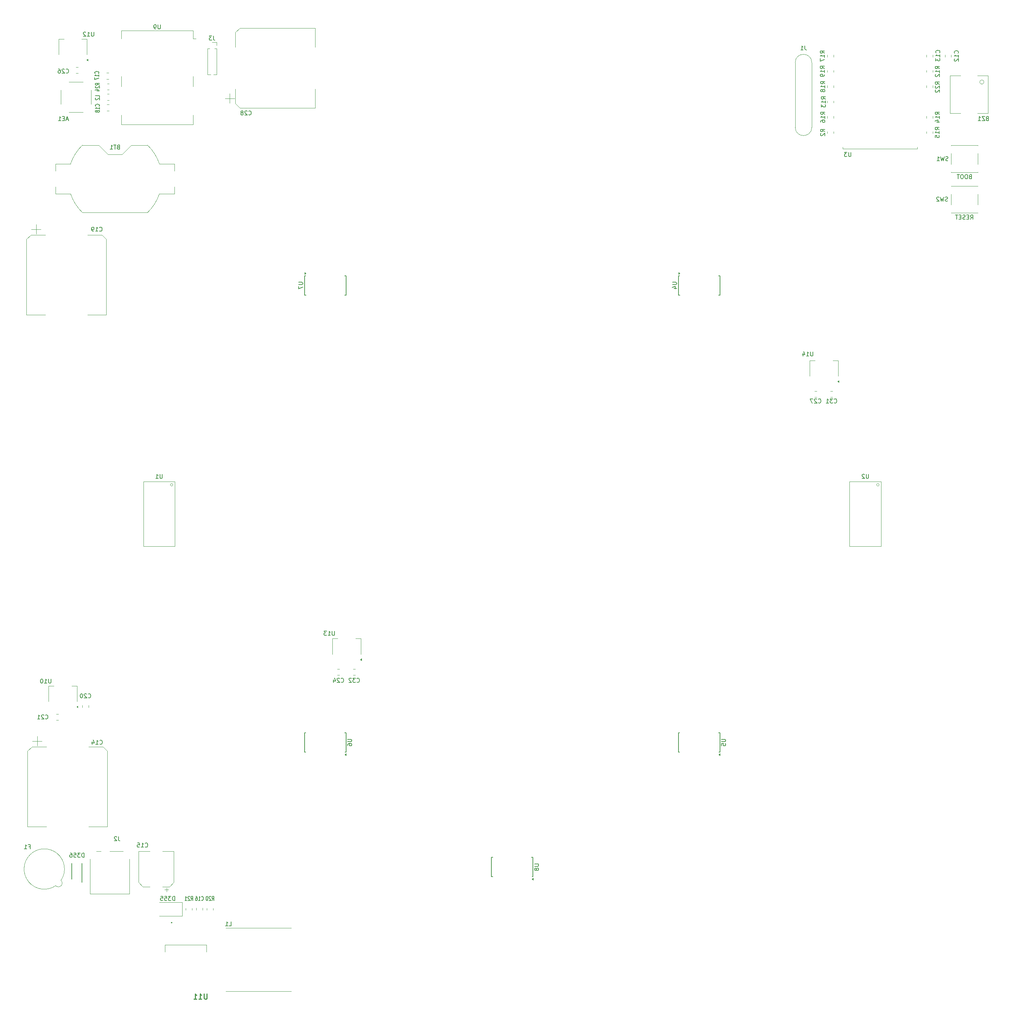
<source format=gbr>
%TF.GenerationSoftware,KiCad,Pcbnew,8.0.2-1*%
%TF.CreationDate,2024-06-04T17:42:53+02:00*%
%TF.ProjectId,broadcast_clock,62726f61-6463-4617-9374-5f636c6f636b,rev?*%
%TF.SameCoordinates,Original*%
%TF.FileFunction,Legend,Bot*%
%TF.FilePolarity,Positive*%
%FSLAX46Y46*%
G04 Gerber Fmt 4.6, Leading zero omitted, Abs format (unit mm)*
G04 Created by KiCad (PCBNEW 8.0.2-1) date 2024-06-04 17:42:53*
%MOMM*%
%LPD*%
G01*
G04 APERTURE LIST*
%ADD10C,0.153000*%
%ADD11C,0.254000*%
%ADD12C,0.120000*%
%ADD13C,0.150000*%
%ADD14C,0.100000*%
%ADD15C,0.200000*%
G04 APERTURE END LIST*
D10*
X255661942Y-64217453D02*
X255519085Y-64265072D01*
X255519085Y-64265072D02*
X255471466Y-64312691D01*
X255471466Y-64312691D02*
X255423847Y-64407929D01*
X255423847Y-64407929D02*
X255423847Y-64550786D01*
X255423847Y-64550786D02*
X255471466Y-64646024D01*
X255471466Y-64646024D02*
X255519085Y-64693644D01*
X255519085Y-64693644D02*
X255614323Y-64741263D01*
X255614323Y-64741263D02*
X255995275Y-64741263D01*
X255995275Y-64741263D02*
X255995275Y-63741263D01*
X255995275Y-63741263D02*
X255661942Y-63741263D01*
X255661942Y-63741263D02*
X255566704Y-63788882D01*
X255566704Y-63788882D02*
X255519085Y-63836501D01*
X255519085Y-63836501D02*
X255471466Y-63931739D01*
X255471466Y-63931739D02*
X255471466Y-64026977D01*
X255471466Y-64026977D02*
X255519085Y-64122215D01*
X255519085Y-64122215D02*
X255566704Y-64169834D01*
X255566704Y-64169834D02*
X255661942Y-64217453D01*
X255661942Y-64217453D02*
X255995275Y-64217453D01*
X254804799Y-63741263D02*
X254614323Y-63741263D01*
X254614323Y-63741263D02*
X254519085Y-63788882D01*
X254519085Y-63788882D02*
X254423847Y-63884120D01*
X254423847Y-63884120D02*
X254376228Y-64074596D01*
X254376228Y-64074596D02*
X254376228Y-64407929D01*
X254376228Y-64407929D02*
X254423847Y-64598405D01*
X254423847Y-64598405D02*
X254519085Y-64693644D01*
X254519085Y-64693644D02*
X254614323Y-64741263D01*
X254614323Y-64741263D02*
X254804799Y-64741263D01*
X254804799Y-64741263D02*
X254900037Y-64693644D01*
X254900037Y-64693644D02*
X254995275Y-64598405D01*
X254995275Y-64598405D02*
X255042894Y-64407929D01*
X255042894Y-64407929D02*
X255042894Y-64074596D01*
X255042894Y-64074596D02*
X254995275Y-63884120D01*
X254995275Y-63884120D02*
X254900037Y-63788882D01*
X254900037Y-63788882D02*
X254804799Y-63741263D01*
X253757180Y-63741263D02*
X253566704Y-63741263D01*
X253566704Y-63741263D02*
X253471466Y-63788882D01*
X253471466Y-63788882D02*
X253376228Y-63884120D01*
X253376228Y-63884120D02*
X253328609Y-64074596D01*
X253328609Y-64074596D02*
X253328609Y-64407929D01*
X253328609Y-64407929D02*
X253376228Y-64598405D01*
X253376228Y-64598405D02*
X253471466Y-64693644D01*
X253471466Y-64693644D02*
X253566704Y-64741263D01*
X253566704Y-64741263D02*
X253757180Y-64741263D01*
X253757180Y-64741263D02*
X253852418Y-64693644D01*
X253852418Y-64693644D02*
X253947656Y-64598405D01*
X253947656Y-64598405D02*
X253995275Y-64407929D01*
X253995275Y-64407929D02*
X253995275Y-64074596D01*
X253995275Y-64074596D02*
X253947656Y-63884120D01*
X253947656Y-63884120D02*
X253852418Y-63788882D01*
X253852418Y-63788882D02*
X253757180Y-63741263D01*
X253042894Y-63741263D02*
X252471466Y-63741263D01*
X252757180Y-64741263D02*
X252757180Y-63741263D01*
X255706381Y-74494863D02*
X256039714Y-74018672D01*
X256277809Y-74494863D02*
X256277809Y-73494863D01*
X256277809Y-73494863D02*
X255896857Y-73494863D01*
X255896857Y-73494863D02*
X255801619Y-73542482D01*
X255801619Y-73542482D02*
X255754000Y-73590101D01*
X255754000Y-73590101D02*
X255706381Y-73685339D01*
X255706381Y-73685339D02*
X255706381Y-73828196D01*
X255706381Y-73828196D02*
X255754000Y-73923434D01*
X255754000Y-73923434D02*
X255801619Y-73971053D01*
X255801619Y-73971053D02*
X255896857Y-74018672D01*
X255896857Y-74018672D02*
X256277809Y-74018672D01*
X255277809Y-73971053D02*
X254944476Y-73971053D01*
X254801619Y-74494863D02*
X255277809Y-74494863D01*
X255277809Y-74494863D02*
X255277809Y-73494863D01*
X255277809Y-73494863D02*
X254801619Y-73494863D01*
X254420666Y-74447244D02*
X254277809Y-74494863D01*
X254277809Y-74494863D02*
X254039714Y-74494863D01*
X254039714Y-74494863D02*
X253944476Y-74447244D01*
X253944476Y-74447244D02*
X253896857Y-74399624D01*
X253896857Y-74399624D02*
X253849238Y-74304386D01*
X253849238Y-74304386D02*
X253849238Y-74209148D01*
X253849238Y-74209148D02*
X253896857Y-74113910D01*
X253896857Y-74113910D02*
X253944476Y-74066291D01*
X253944476Y-74066291D02*
X254039714Y-74018672D01*
X254039714Y-74018672D02*
X254230190Y-73971053D01*
X254230190Y-73971053D02*
X254325428Y-73923434D01*
X254325428Y-73923434D02*
X254373047Y-73875815D01*
X254373047Y-73875815D02*
X254420666Y-73780577D01*
X254420666Y-73780577D02*
X254420666Y-73685339D01*
X254420666Y-73685339D02*
X254373047Y-73590101D01*
X254373047Y-73590101D02*
X254325428Y-73542482D01*
X254325428Y-73542482D02*
X254230190Y-73494863D01*
X254230190Y-73494863D02*
X253992095Y-73494863D01*
X253992095Y-73494863D02*
X253849238Y-73542482D01*
X253420666Y-73971053D02*
X253087333Y-73971053D01*
X252944476Y-74494863D02*
X253420666Y-74494863D01*
X253420666Y-74494863D02*
X253420666Y-73494863D01*
X253420666Y-73494863D02*
X252944476Y-73494863D01*
X252658761Y-73494863D02*
X252087333Y-73494863D01*
X252373047Y-74494863D02*
X252373047Y-73494863D01*
X220672663Y-41902142D02*
X220196472Y-41568809D01*
X220672663Y-41330714D02*
X219672663Y-41330714D01*
X219672663Y-41330714D02*
X219672663Y-41711666D01*
X219672663Y-41711666D02*
X219720282Y-41806904D01*
X219720282Y-41806904D02*
X219767901Y-41854523D01*
X219767901Y-41854523D02*
X219863139Y-41902142D01*
X219863139Y-41902142D02*
X220005996Y-41902142D01*
X220005996Y-41902142D02*
X220101234Y-41854523D01*
X220101234Y-41854523D02*
X220148853Y-41806904D01*
X220148853Y-41806904D02*
X220196472Y-41711666D01*
X220196472Y-41711666D02*
X220196472Y-41330714D01*
X220672663Y-42854523D02*
X220672663Y-42283095D01*
X220672663Y-42568809D02*
X219672663Y-42568809D01*
X219672663Y-42568809D02*
X219815520Y-42473571D01*
X219815520Y-42473571D02*
X219910758Y-42378333D01*
X219910758Y-42378333D02*
X219958377Y-42283095D01*
X220101234Y-43425952D02*
X220053615Y-43330714D01*
X220053615Y-43330714D02*
X220005996Y-43283095D01*
X220005996Y-43283095D02*
X219910758Y-43235476D01*
X219910758Y-43235476D02*
X219863139Y-43235476D01*
X219863139Y-43235476D02*
X219767901Y-43283095D01*
X219767901Y-43283095D02*
X219720282Y-43330714D01*
X219720282Y-43330714D02*
X219672663Y-43425952D01*
X219672663Y-43425952D02*
X219672663Y-43616428D01*
X219672663Y-43616428D02*
X219720282Y-43711666D01*
X219720282Y-43711666D02*
X219767901Y-43759285D01*
X219767901Y-43759285D02*
X219863139Y-43806904D01*
X219863139Y-43806904D02*
X219910758Y-43806904D01*
X219910758Y-43806904D02*
X220005996Y-43759285D01*
X220005996Y-43759285D02*
X220053615Y-43711666D01*
X220053615Y-43711666D02*
X220101234Y-43616428D01*
X220101234Y-43616428D02*
X220101234Y-43425952D01*
X220101234Y-43425952D02*
X220148853Y-43330714D01*
X220148853Y-43330714D02*
X220196472Y-43283095D01*
X220196472Y-43283095D02*
X220291710Y-43235476D01*
X220291710Y-43235476D02*
X220482186Y-43235476D01*
X220482186Y-43235476D02*
X220577424Y-43283095D01*
X220577424Y-43283095D02*
X220625044Y-43330714D01*
X220625044Y-43330714D02*
X220672663Y-43425952D01*
X220672663Y-43425952D02*
X220672663Y-43616428D01*
X220672663Y-43616428D02*
X220625044Y-43711666D01*
X220625044Y-43711666D02*
X220577424Y-43759285D01*
X220577424Y-43759285D02*
X220482186Y-43806904D01*
X220482186Y-43806904D02*
X220291710Y-43806904D01*
X220291710Y-43806904D02*
X220196472Y-43759285D01*
X220196472Y-43759285D02*
X220148853Y-43711666D01*
X220148853Y-43711666D02*
X220101234Y-43616428D01*
X220545663Y-38219142D02*
X220069472Y-37885809D01*
X220545663Y-37647714D02*
X219545663Y-37647714D01*
X219545663Y-37647714D02*
X219545663Y-38028666D01*
X219545663Y-38028666D02*
X219593282Y-38123904D01*
X219593282Y-38123904D02*
X219640901Y-38171523D01*
X219640901Y-38171523D02*
X219736139Y-38219142D01*
X219736139Y-38219142D02*
X219878996Y-38219142D01*
X219878996Y-38219142D02*
X219974234Y-38171523D01*
X219974234Y-38171523D02*
X220021853Y-38123904D01*
X220021853Y-38123904D02*
X220069472Y-38028666D01*
X220069472Y-38028666D02*
X220069472Y-37647714D01*
X220545663Y-39171523D02*
X220545663Y-38600095D01*
X220545663Y-38885809D02*
X219545663Y-38885809D01*
X219545663Y-38885809D02*
X219688520Y-38790571D01*
X219688520Y-38790571D02*
X219783758Y-38695333D01*
X219783758Y-38695333D02*
X219831377Y-38600095D01*
X220545663Y-39647714D02*
X220545663Y-39838190D01*
X220545663Y-39838190D02*
X220498044Y-39933428D01*
X220498044Y-39933428D02*
X220450424Y-39981047D01*
X220450424Y-39981047D02*
X220307567Y-40076285D01*
X220307567Y-40076285D02*
X220117091Y-40123904D01*
X220117091Y-40123904D02*
X219736139Y-40123904D01*
X219736139Y-40123904D02*
X219640901Y-40076285D01*
X219640901Y-40076285D02*
X219593282Y-40028666D01*
X219593282Y-40028666D02*
X219545663Y-39933428D01*
X219545663Y-39933428D02*
X219545663Y-39742952D01*
X219545663Y-39742952D02*
X219593282Y-39647714D01*
X219593282Y-39647714D02*
X219640901Y-39600095D01*
X219640901Y-39600095D02*
X219736139Y-39552476D01*
X219736139Y-39552476D02*
X219974234Y-39552476D01*
X219974234Y-39552476D02*
X220069472Y-39600095D01*
X220069472Y-39600095D02*
X220117091Y-39647714D01*
X220117091Y-39647714D02*
X220164710Y-39742952D01*
X220164710Y-39742952D02*
X220164710Y-39933428D01*
X220164710Y-39933428D02*
X220117091Y-40028666D01*
X220117091Y-40028666D02*
X220069472Y-40076285D01*
X220069472Y-40076285D02*
X219974234Y-40123904D01*
X105769663Y-199653095D02*
X106579186Y-199653095D01*
X106579186Y-199653095D02*
X106674424Y-199700714D01*
X106674424Y-199700714D02*
X106722044Y-199748333D01*
X106722044Y-199748333D02*
X106769663Y-199843571D01*
X106769663Y-199843571D02*
X106769663Y-200034047D01*
X106769663Y-200034047D02*
X106722044Y-200129285D01*
X106722044Y-200129285D02*
X106674424Y-200176904D01*
X106674424Y-200176904D02*
X106579186Y-200224523D01*
X106579186Y-200224523D02*
X105769663Y-200224523D01*
X105769663Y-201129285D02*
X105769663Y-200938809D01*
X105769663Y-200938809D02*
X105817282Y-200843571D01*
X105817282Y-200843571D02*
X105864901Y-200795952D01*
X105864901Y-200795952D02*
X106007758Y-200700714D01*
X106007758Y-200700714D02*
X106198234Y-200653095D01*
X106198234Y-200653095D02*
X106579186Y-200653095D01*
X106579186Y-200653095D02*
X106674424Y-200700714D01*
X106674424Y-200700714D02*
X106722044Y-200748333D01*
X106722044Y-200748333D02*
X106769663Y-200843571D01*
X106769663Y-200843571D02*
X106769663Y-201034047D01*
X106769663Y-201034047D02*
X106722044Y-201129285D01*
X106722044Y-201129285D02*
X106674424Y-201176904D01*
X106674424Y-201176904D02*
X106579186Y-201224523D01*
X106579186Y-201224523D02*
X106341091Y-201224523D01*
X106341091Y-201224523D02*
X106245853Y-201176904D01*
X106245853Y-201176904D02*
X106198234Y-201129285D01*
X106198234Y-201129285D02*
X106150615Y-201034047D01*
X106150615Y-201034047D02*
X106150615Y-200843571D01*
X106150615Y-200843571D02*
X106198234Y-200748333D01*
X106198234Y-200748333D02*
X106245853Y-200700714D01*
X106245853Y-200700714D02*
X106341091Y-200653095D01*
X217786094Y-106388663D02*
X217786094Y-107198186D01*
X217786094Y-107198186D02*
X217738475Y-107293424D01*
X217738475Y-107293424D02*
X217690856Y-107341044D01*
X217690856Y-107341044D02*
X217595618Y-107388663D01*
X217595618Y-107388663D02*
X217405142Y-107388663D01*
X217405142Y-107388663D02*
X217309904Y-107341044D01*
X217309904Y-107341044D02*
X217262285Y-107293424D01*
X217262285Y-107293424D02*
X217214666Y-107198186D01*
X217214666Y-107198186D02*
X217214666Y-106388663D01*
X216214666Y-107388663D02*
X216786094Y-107388663D01*
X216500380Y-107388663D02*
X216500380Y-106388663D01*
X216500380Y-106388663D02*
X216595618Y-106531520D01*
X216595618Y-106531520D02*
X216690856Y-106626758D01*
X216690856Y-106626758D02*
X216786094Y-106674377D01*
X215357523Y-106721996D02*
X215357523Y-107388663D01*
X215595618Y-106341044D02*
X215833713Y-107055329D01*
X215833713Y-107055329D02*
X215214666Y-107055329D01*
X248206263Y-52951142D02*
X247730072Y-52617809D01*
X248206263Y-52379714D02*
X247206263Y-52379714D01*
X247206263Y-52379714D02*
X247206263Y-52760666D01*
X247206263Y-52760666D02*
X247253882Y-52855904D01*
X247253882Y-52855904D02*
X247301501Y-52903523D01*
X247301501Y-52903523D02*
X247396739Y-52951142D01*
X247396739Y-52951142D02*
X247539596Y-52951142D01*
X247539596Y-52951142D02*
X247634834Y-52903523D01*
X247634834Y-52903523D02*
X247682453Y-52855904D01*
X247682453Y-52855904D02*
X247730072Y-52760666D01*
X247730072Y-52760666D02*
X247730072Y-52379714D01*
X248206263Y-53903523D02*
X248206263Y-53332095D01*
X248206263Y-53617809D02*
X247206263Y-53617809D01*
X247206263Y-53617809D02*
X247349120Y-53522571D01*
X247349120Y-53522571D02*
X247444358Y-53427333D01*
X247444358Y-53427333D02*
X247491977Y-53332095D01*
X247206263Y-54808285D02*
X247206263Y-54332095D01*
X247206263Y-54332095D02*
X247682453Y-54284476D01*
X247682453Y-54284476D02*
X247634834Y-54332095D01*
X247634834Y-54332095D02*
X247587215Y-54427333D01*
X247587215Y-54427333D02*
X247587215Y-54665428D01*
X247587215Y-54665428D02*
X247634834Y-54760666D01*
X247634834Y-54760666D02*
X247682453Y-54808285D01*
X247682453Y-54808285D02*
X247777691Y-54855904D01*
X247777691Y-54855904D02*
X248015786Y-54855904D01*
X248015786Y-54855904D02*
X248111024Y-54808285D01*
X248111024Y-54808285D02*
X248158644Y-54760666D01*
X248158644Y-54760666D02*
X248206263Y-54665428D01*
X248206263Y-54665428D02*
X248206263Y-54427333D01*
X248206263Y-54427333D02*
X248158644Y-54332095D01*
X248158644Y-54332095D02*
X248111024Y-54284476D01*
X43314857Y-189589424D02*
X43362476Y-189637044D01*
X43362476Y-189637044D02*
X43505333Y-189684663D01*
X43505333Y-189684663D02*
X43600571Y-189684663D01*
X43600571Y-189684663D02*
X43743428Y-189637044D01*
X43743428Y-189637044D02*
X43838666Y-189541805D01*
X43838666Y-189541805D02*
X43886285Y-189446567D01*
X43886285Y-189446567D02*
X43933904Y-189256091D01*
X43933904Y-189256091D02*
X43933904Y-189113234D01*
X43933904Y-189113234D02*
X43886285Y-188922758D01*
X43886285Y-188922758D02*
X43838666Y-188827520D01*
X43838666Y-188827520D02*
X43743428Y-188732282D01*
X43743428Y-188732282D02*
X43600571Y-188684663D01*
X43600571Y-188684663D02*
X43505333Y-188684663D01*
X43505333Y-188684663D02*
X43362476Y-188732282D01*
X43362476Y-188732282D02*
X43314857Y-188779901D01*
X42933904Y-188779901D02*
X42886285Y-188732282D01*
X42886285Y-188732282D02*
X42791047Y-188684663D01*
X42791047Y-188684663D02*
X42552952Y-188684663D01*
X42552952Y-188684663D02*
X42457714Y-188732282D01*
X42457714Y-188732282D02*
X42410095Y-188779901D01*
X42410095Y-188779901D02*
X42362476Y-188875139D01*
X42362476Y-188875139D02*
X42362476Y-188970377D01*
X42362476Y-188970377D02*
X42410095Y-189113234D01*
X42410095Y-189113234D02*
X42981523Y-189684663D01*
X42981523Y-189684663D02*
X42362476Y-189684663D01*
X41743428Y-188684663D02*
X41648190Y-188684663D01*
X41648190Y-188684663D02*
X41552952Y-188732282D01*
X41552952Y-188732282D02*
X41505333Y-188779901D01*
X41505333Y-188779901D02*
X41457714Y-188875139D01*
X41457714Y-188875139D02*
X41410095Y-189065615D01*
X41410095Y-189065615D02*
X41410095Y-189303710D01*
X41410095Y-189303710D02*
X41457714Y-189494186D01*
X41457714Y-189494186D02*
X41505333Y-189589424D01*
X41505333Y-189589424D02*
X41552952Y-189637044D01*
X41552952Y-189637044D02*
X41648190Y-189684663D01*
X41648190Y-189684663D02*
X41743428Y-189684663D01*
X41743428Y-189684663D02*
X41838666Y-189637044D01*
X41838666Y-189637044D02*
X41886285Y-189589424D01*
X41886285Y-189589424D02*
X41933904Y-189494186D01*
X41933904Y-189494186D02*
X41981523Y-189303710D01*
X41981523Y-189303710D02*
X41981523Y-189065615D01*
X41981523Y-189065615D02*
X41933904Y-188875139D01*
X41933904Y-188875139D02*
X41886285Y-188779901D01*
X41886285Y-188779901D02*
X41838666Y-188732282D01*
X41838666Y-188732282D02*
X41743428Y-188684663D01*
X50569714Y-57080853D02*
X50426857Y-57128472D01*
X50426857Y-57128472D02*
X50379238Y-57176091D01*
X50379238Y-57176091D02*
X50331619Y-57271329D01*
X50331619Y-57271329D02*
X50331619Y-57414186D01*
X50331619Y-57414186D02*
X50379238Y-57509424D01*
X50379238Y-57509424D02*
X50426857Y-57557044D01*
X50426857Y-57557044D02*
X50522095Y-57604663D01*
X50522095Y-57604663D02*
X50903047Y-57604663D01*
X50903047Y-57604663D02*
X50903047Y-56604663D01*
X50903047Y-56604663D02*
X50569714Y-56604663D01*
X50569714Y-56604663D02*
X50474476Y-56652282D01*
X50474476Y-56652282D02*
X50426857Y-56699901D01*
X50426857Y-56699901D02*
X50379238Y-56795139D01*
X50379238Y-56795139D02*
X50379238Y-56890377D01*
X50379238Y-56890377D02*
X50426857Y-56985615D01*
X50426857Y-56985615D02*
X50474476Y-57033234D01*
X50474476Y-57033234D02*
X50569714Y-57080853D01*
X50569714Y-57080853D02*
X50903047Y-57080853D01*
X50045904Y-56604663D02*
X49474476Y-56604663D01*
X49760190Y-57604663D02*
X49760190Y-56604663D01*
X48617333Y-57604663D02*
X49188761Y-57604663D01*
X48903047Y-57604663D02*
X48903047Y-56604663D01*
X48903047Y-56604663D02*
X48998285Y-56747520D01*
X48998285Y-56747520D02*
X49093523Y-56842758D01*
X49093523Y-56842758D02*
X49188761Y-56890377D01*
X46108857Y-200765424D02*
X46156476Y-200813044D01*
X46156476Y-200813044D02*
X46299333Y-200860663D01*
X46299333Y-200860663D02*
X46394571Y-200860663D01*
X46394571Y-200860663D02*
X46537428Y-200813044D01*
X46537428Y-200813044D02*
X46632666Y-200717805D01*
X46632666Y-200717805D02*
X46680285Y-200622567D01*
X46680285Y-200622567D02*
X46727904Y-200432091D01*
X46727904Y-200432091D02*
X46727904Y-200289234D01*
X46727904Y-200289234D02*
X46680285Y-200098758D01*
X46680285Y-200098758D02*
X46632666Y-200003520D01*
X46632666Y-200003520D02*
X46537428Y-199908282D01*
X46537428Y-199908282D02*
X46394571Y-199860663D01*
X46394571Y-199860663D02*
X46299333Y-199860663D01*
X46299333Y-199860663D02*
X46156476Y-199908282D01*
X46156476Y-199908282D02*
X46108857Y-199955901D01*
X45156476Y-200860663D02*
X45727904Y-200860663D01*
X45442190Y-200860663D02*
X45442190Y-199860663D01*
X45442190Y-199860663D02*
X45537428Y-200003520D01*
X45537428Y-200003520D02*
X45632666Y-200098758D01*
X45632666Y-200098758D02*
X45727904Y-200146377D01*
X44299333Y-200193996D02*
X44299333Y-200860663D01*
X44537428Y-199813044D02*
X44775523Y-200527329D01*
X44775523Y-200527329D02*
X44156476Y-200527329D01*
X250202532Y-70104644D02*
X250059675Y-70152263D01*
X250059675Y-70152263D02*
X249821580Y-70152263D01*
X249821580Y-70152263D02*
X249726342Y-70104644D01*
X249726342Y-70104644D02*
X249678723Y-70057024D01*
X249678723Y-70057024D02*
X249631104Y-69961786D01*
X249631104Y-69961786D02*
X249631104Y-69866548D01*
X249631104Y-69866548D02*
X249678723Y-69771310D01*
X249678723Y-69771310D02*
X249726342Y-69723691D01*
X249726342Y-69723691D02*
X249821580Y-69676072D01*
X249821580Y-69676072D02*
X250012056Y-69628453D01*
X250012056Y-69628453D02*
X250107294Y-69580834D01*
X250107294Y-69580834D02*
X250154913Y-69533215D01*
X250154913Y-69533215D02*
X250202532Y-69437977D01*
X250202532Y-69437977D02*
X250202532Y-69342739D01*
X250202532Y-69342739D02*
X250154913Y-69247501D01*
X250154913Y-69247501D02*
X250107294Y-69199882D01*
X250107294Y-69199882D02*
X250012056Y-69152263D01*
X250012056Y-69152263D02*
X249773961Y-69152263D01*
X249773961Y-69152263D02*
X249631104Y-69199882D01*
X249297770Y-69152263D02*
X249059675Y-70152263D01*
X249059675Y-70152263D02*
X248869199Y-69437977D01*
X248869199Y-69437977D02*
X248678723Y-70152263D01*
X248678723Y-70152263D02*
X248440628Y-69152263D01*
X248107294Y-69247501D02*
X248059675Y-69199882D01*
X248059675Y-69199882D02*
X247964437Y-69152263D01*
X247964437Y-69152263D02*
X247726342Y-69152263D01*
X247726342Y-69152263D02*
X247631104Y-69199882D01*
X247631104Y-69199882D02*
X247583485Y-69247501D01*
X247583485Y-69247501D02*
X247535866Y-69342739D01*
X247535866Y-69342739D02*
X247535866Y-69437977D01*
X247535866Y-69437977D02*
X247583485Y-69580834D01*
X247583485Y-69580834D02*
X248154913Y-70152263D01*
X248154913Y-70152263D02*
X247535866Y-70152263D01*
X38504666Y-50460948D02*
X38028476Y-50460948D01*
X38599904Y-50746663D02*
X38266571Y-49746663D01*
X38266571Y-49746663D02*
X37933238Y-50746663D01*
X37599904Y-50222853D02*
X37266571Y-50222853D01*
X37123714Y-50746663D02*
X37599904Y-50746663D01*
X37599904Y-50746663D02*
X37599904Y-49746663D01*
X37599904Y-49746663D02*
X37123714Y-49746663D01*
X36171333Y-50746663D02*
X36742761Y-50746663D01*
X36457047Y-50746663D02*
X36457047Y-49746663D01*
X36457047Y-49746663D02*
X36552285Y-49889520D01*
X36552285Y-49889520D02*
X36647523Y-49984758D01*
X36647523Y-49984758D02*
X36742761Y-50032377D01*
X34385094Y-185128663D02*
X34385094Y-185938186D01*
X34385094Y-185938186D02*
X34337475Y-186033424D01*
X34337475Y-186033424D02*
X34289856Y-186081044D01*
X34289856Y-186081044D02*
X34194618Y-186128663D01*
X34194618Y-186128663D02*
X34004142Y-186128663D01*
X34004142Y-186128663D02*
X33908904Y-186081044D01*
X33908904Y-186081044D02*
X33861285Y-186033424D01*
X33861285Y-186033424D02*
X33813666Y-185938186D01*
X33813666Y-185938186D02*
X33813666Y-185128663D01*
X32813666Y-186128663D02*
X33385094Y-186128663D01*
X33099380Y-186128663D02*
X33099380Y-185128663D01*
X33099380Y-185128663D02*
X33194618Y-185271520D01*
X33194618Y-185271520D02*
X33289856Y-185366758D01*
X33289856Y-185366758D02*
X33385094Y-185414377D01*
X32194618Y-185128663D02*
X32099380Y-185128663D01*
X32099380Y-185128663D02*
X32004142Y-185176282D01*
X32004142Y-185176282D02*
X31956523Y-185223901D01*
X31956523Y-185223901D02*
X31908904Y-185319139D01*
X31908904Y-185319139D02*
X31861285Y-185509615D01*
X31861285Y-185509615D02*
X31861285Y-185747710D01*
X31861285Y-185747710D02*
X31908904Y-185938186D01*
X31908904Y-185938186D02*
X31956523Y-186033424D01*
X31956523Y-186033424D02*
X32004142Y-186081044D01*
X32004142Y-186081044D02*
X32099380Y-186128663D01*
X32099380Y-186128663D02*
X32194618Y-186128663D01*
X32194618Y-186128663D02*
X32289856Y-186081044D01*
X32289856Y-186081044D02*
X32337475Y-186033424D01*
X32337475Y-186033424D02*
X32385094Y-185938186D01*
X32385094Y-185938186D02*
X32432713Y-185747710D01*
X32432713Y-185747710D02*
X32432713Y-185509615D01*
X32432713Y-185509615D02*
X32385094Y-185319139D01*
X32385094Y-185319139D02*
X32337475Y-185223901D01*
X32337475Y-185223901D02*
X32289856Y-185176282D01*
X32289856Y-185176282D02*
X32194618Y-185128663D01*
X248231663Y-49268142D02*
X247755472Y-48934809D01*
X248231663Y-48696714D02*
X247231663Y-48696714D01*
X247231663Y-48696714D02*
X247231663Y-49077666D01*
X247231663Y-49077666D02*
X247279282Y-49172904D01*
X247279282Y-49172904D02*
X247326901Y-49220523D01*
X247326901Y-49220523D02*
X247422139Y-49268142D01*
X247422139Y-49268142D02*
X247564996Y-49268142D01*
X247564996Y-49268142D02*
X247660234Y-49220523D01*
X247660234Y-49220523D02*
X247707853Y-49172904D01*
X247707853Y-49172904D02*
X247755472Y-49077666D01*
X247755472Y-49077666D02*
X247755472Y-48696714D01*
X248231663Y-50220523D02*
X248231663Y-49649095D01*
X248231663Y-49934809D02*
X247231663Y-49934809D01*
X247231663Y-49934809D02*
X247374520Y-49839571D01*
X247374520Y-49839571D02*
X247469758Y-49744333D01*
X247469758Y-49744333D02*
X247517377Y-49649095D01*
X247564996Y-51077666D02*
X248231663Y-51077666D01*
X247184044Y-50839571D02*
X247898329Y-50601476D01*
X247898329Y-50601476D02*
X247898329Y-51220523D01*
X226948904Y-58382663D02*
X226948904Y-59192186D01*
X226948904Y-59192186D02*
X226901285Y-59287424D01*
X226901285Y-59287424D02*
X226853666Y-59335044D01*
X226853666Y-59335044D02*
X226758428Y-59382663D01*
X226758428Y-59382663D02*
X226567952Y-59382663D01*
X226567952Y-59382663D02*
X226472714Y-59335044D01*
X226472714Y-59335044D02*
X226425095Y-59287424D01*
X226425095Y-59287424D02*
X226377476Y-59192186D01*
X226377476Y-59192186D02*
X226377476Y-58382663D01*
X225996523Y-58382663D02*
X225377476Y-58382663D01*
X225377476Y-58382663D02*
X225710809Y-58763615D01*
X225710809Y-58763615D02*
X225567952Y-58763615D01*
X225567952Y-58763615D02*
X225472714Y-58811234D01*
X225472714Y-58811234D02*
X225425095Y-58858853D01*
X225425095Y-58858853D02*
X225377476Y-58954091D01*
X225377476Y-58954091D02*
X225377476Y-59192186D01*
X225377476Y-59192186D02*
X225425095Y-59287424D01*
X225425095Y-59287424D02*
X225472714Y-59335044D01*
X225472714Y-59335044D02*
X225567952Y-59382663D01*
X225567952Y-59382663D02*
X225853666Y-59382663D01*
X225853666Y-59382663D02*
X225948904Y-59335044D01*
X225948904Y-59335044D02*
X225996523Y-59287424D01*
X150769663Y-229653095D02*
X151579186Y-229653095D01*
X151579186Y-229653095D02*
X151674424Y-229700714D01*
X151674424Y-229700714D02*
X151722044Y-229748333D01*
X151722044Y-229748333D02*
X151769663Y-229843571D01*
X151769663Y-229843571D02*
X151769663Y-230034047D01*
X151769663Y-230034047D02*
X151722044Y-230129285D01*
X151722044Y-230129285D02*
X151674424Y-230176904D01*
X151674424Y-230176904D02*
X151579186Y-230224523D01*
X151579186Y-230224523D02*
X150769663Y-230224523D01*
X151198234Y-230843571D02*
X151150615Y-230748333D01*
X151150615Y-230748333D02*
X151102996Y-230700714D01*
X151102996Y-230700714D02*
X151007758Y-230653095D01*
X151007758Y-230653095D02*
X150960139Y-230653095D01*
X150960139Y-230653095D02*
X150864901Y-230700714D01*
X150864901Y-230700714D02*
X150817282Y-230748333D01*
X150817282Y-230748333D02*
X150769663Y-230843571D01*
X150769663Y-230843571D02*
X150769663Y-231034047D01*
X150769663Y-231034047D02*
X150817282Y-231129285D01*
X150817282Y-231129285D02*
X150864901Y-231176904D01*
X150864901Y-231176904D02*
X150960139Y-231224523D01*
X150960139Y-231224523D02*
X151007758Y-231224523D01*
X151007758Y-231224523D02*
X151102996Y-231176904D01*
X151102996Y-231176904D02*
X151150615Y-231129285D01*
X151150615Y-231129285D02*
X151198234Y-231034047D01*
X151198234Y-231034047D02*
X151198234Y-230843571D01*
X151198234Y-230843571D02*
X151245853Y-230748333D01*
X151245853Y-230748333D02*
X151293472Y-230700714D01*
X151293472Y-230700714D02*
X151388710Y-230653095D01*
X151388710Y-230653095D02*
X151579186Y-230653095D01*
X151579186Y-230653095D02*
X151674424Y-230700714D01*
X151674424Y-230700714D02*
X151722044Y-230748333D01*
X151722044Y-230748333D02*
X151769663Y-230843571D01*
X151769663Y-230843571D02*
X151769663Y-231034047D01*
X151769663Y-231034047D02*
X151722044Y-231129285D01*
X151722044Y-231129285D02*
X151674424Y-231176904D01*
X151674424Y-231176904D02*
X151579186Y-231224523D01*
X151579186Y-231224523D02*
X151388710Y-231224523D01*
X151388710Y-231224523D02*
X151293472Y-231176904D01*
X151293472Y-231176904D02*
X151245853Y-231129285D01*
X151245853Y-231129285D02*
X151198234Y-231034047D01*
X37980857Y-39221424D02*
X38028476Y-39269044D01*
X38028476Y-39269044D02*
X38171333Y-39316663D01*
X38171333Y-39316663D02*
X38266571Y-39316663D01*
X38266571Y-39316663D02*
X38409428Y-39269044D01*
X38409428Y-39269044D02*
X38504666Y-39173805D01*
X38504666Y-39173805D02*
X38552285Y-39078567D01*
X38552285Y-39078567D02*
X38599904Y-38888091D01*
X38599904Y-38888091D02*
X38599904Y-38745234D01*
X38599904Y-38745234D02*
X38552285Y-38554758D01*
X38552285Y-38554758D02*
X38504666Y-38459520D01*
X38504666Y-38459520D02*
X38409428Y-38364282D01*
X38409428Y-38364282D02*
X38266571Y-38316663D01*
X38266571Y-38316663D02*
X38171333Y-38316663D01*
X38171333Y-38316663D02*
X38028476Y-38364282D01*
X38028476Y-38364282D02*
X37980857Y-38411901D01*
X37599904Y-38411901D02*
X37552285Y-38364282D01*
X37552285Y-38364282D02*
X37457047Y-38316663D01*
X37457047Y-38316663D02*
X37218952Y-38316663D01*
X37218952Y-38316663D02*
X37123714Y-38364282D01*
X37123714Y-38364282D02*
X37076095Y-38411901D01*
X37076095Y-38411901D02*
X37028476Y-38507139D01*
X37028476Y-38507139D02*
X37028476Y-38602377D01*
X37028476Y-38602377D02*
X37076095Y-38745234D01*
X37076095Y-38745234D02*
X37647523Y-39316663D01*
X37647523Y-39316663D02*
X37028476Y-39316663D01*
X36171333Y-38316663D02*
X36361809Y-38316663D01*
X36361809Y-38316663D02*
X36457047Y-38364282D01*
X36457047Y-38364282D02*
X36504666Y-38411901D01*
X36504666Y-38411901D02*
X36599904Y-38554758D01*
X36599904Y-38554758D02*
X36647523Y-38745234D01*
X36647523Y-38745234D02*
X36647523Y-39126186D01*
X36647523Y-39126186D02*
X36599904Y-39221424D01*
X36599904Y-39221424D02*
X36552285Y-39269044D01*
X36552285Y-39269044D02*
X36457047Y-39316663D01*
X36457047Y-39316663D02*
X36266571Y-39316663D01*
X36266571Y-39316663D02*
X36171333Y-39269044D01*
X36171333Y-39269044D02*
X36123714Y-39221424D01*
X36123714Y-39221424D02*
X36076095Y-39126186D01*
X36076095Y-39126186D02*
X36076095Y-38888091D01*
X36076095Y-38888091D02*
X36123714Y-38792853D01*
X36123714Y-38792853D02*
X36171333Y-38745234D01*
X36171333Y-38745234D02*
X36266571Y-38697615D01*
X36266571Y-38697615D02*
X36457047Y-38697615D01*
X36457047Y-38697615D02*
X36552285Y-38745234D01*
X36552285Y-38745234D02*
X36599904Y-38792853D01*
X36599904Y-38792853D02*
X36647523Y-38888091D01*
X81973657Y-49305224D02*
X82021276Y-49352844D01*
X82021276Y-49352844D02*
X82164133Y-49400463D01*
X82164133Y-49400463D02*
X82259371Y-49400463D01*
X82259371Y-49400463D02*
X82402228Y-49352844D01*
X82402228Y-49352844D02*
X82497466Y-49257605D01*
X82497466Y-49257605D02*
X82545085Y-49162367D01*
X82545085Y-49162367D02*
X82592704Y-48971891D01*
X82592704Y-48971891D02*
X82592704Y-48829034D01*
X82592704Y-48829034D02*
X82545085Y-48638558D01*
X82545085Y-48638558D02*
X82497466Y-48543320D01*
X82497466Y-48543320D02*
X82402228Y-48448082D01*
X82402228Y-48448082D02*
X82259371Y-48400463D01*
X82259371Y-48400463D02*
X82164133Y-48400463D01*
X82164133Y-48400463D02*
X82021276Y-48448082D01*
X82021276Y-48448082D02*
X81973657Y-48495701D01*
X81592704Y-48495701D02*
X81545085Y-48448082D01*
X81545085Y-48448082D02*
X81449847Y-48400463D01*
X81449847Y-48400463D02*
X81211752Y-48400463D01*
X81211752Y-48400463D02*
X81116514Y-48448082D01*
X81116514Y-48448082D02*
X81068895Y-48495701D01*
X81068895Y-48495701D02*
X81021276Y-48590939D01*
X81021276Y-48590939D02*
X81021276Y-48686177D01*
X81021276Y-48686177D02*
X81068895Y-48829034D01*
X81068895Y-48829034D02*
X81640323Y-49400463D01*
X81640323Y-49400463D02*
X81021276Y-49400463D01*
X80449847Y-48829034D02*
X80545085Y-48781415D01*
X80545085Y-48781415D02*
X80592704Y-48733796D01*
X80592704Y-48733796D02*
X80640323Y-48638558D01*
X80640323Y-48638558D02*
X80640323Y-48590939D01*
X80640323Y-48590939D02*
X80592704Y-48495701D01*
X80592704Y-48495701D02*
X80545085Y-48448082D01*
X80545085Y-48448082D02*
X80449847Y-48400463D01*
X80449847Y-48400463D02*
X80259371Y-48400463D01*
X80259371Y-48400463D02*
X80164133Y-48448082D01*
X80164133Y-48448082D02*
X80116514Y-48495701D01*
X80116514Y-48495701D02*
X80068895Y-48590939D01*
X80068895Y-48590939D02*
X80068895Y-48638558D01*
X80068895Y-48638558D02*
X80116514Y-48733796D01*
X80116514Y-48733796D02*
X80164133Y-48781415D01*
X80164133Y-48781415D02*
X80259371Y-48829034D01*
X80259371Y-48829034D02*
X80449847Y-48829034D01*
X80449847Y-48829034D02*
X80545085Y-48876653D01*
X80545085Y-48876653D02*
X80592704Y-48924272D01*
X80592704Y-48924272D02*
X80640323Y-49019510D01*
X80640323Y-49019510D02*
X80640323Y-49209986D01*
X80640323Y-49209986D02*
X80592704Y-49305224D01*
X80592704Y-49305224D02*
X80545085Y-49352844D01*
X80545085Y-49352844D02*
X80449847Y-49400463D01*
X80449847Y-49400463D02*
X80259371Y-49400463D01*
X80259371Y-49400463D02*
X80164133Y-49352844D01*
X80164133Y-49352844D02*
X80116514Y-49305224D01*
X80116514Y-49305224D02*
X80068895Y-49209986D01*
X80068895Y-49209986D02*
X80068895Y-49019510D01*
X80068895Y-49019510D02*
X80116514Y-48924272D01*
X80116514Y-48924272D02*
X80164133Y-48876653D01*
X80164133Y-48876653D02*
X80259371Y-48829034D01*
X50625333Y-223101663D02*
X50625333Y-223815948D01*
X50625333Y-223815948D02*
X50672952Y-223958805D01*
X50672952Y-223958805D02*
X50768190Y-224054044D01*
X50768190Y-224054044D02*
X50911047Y-224101663D01*
X50911047Y-224101663D02*
X51006285Y-224101663D01*
X50196761Y-223196901D02*
X50149142Y-223149282D01*
X50149142Y-223149282D02*
X50053904Y-223101663D01*
X50053904Y-223101663D02*
X49815809Y-223101663D01*
X49815809Y-223101663D02*
X49720571Y-223149282D01*
X49720571Y-223149282D02*
X49672952Y-223196901D01*
X49672952Y-223196901D02*
X49625333Y-223292139D01*
X49625333Y-223292139D02*
X49625333Y-223387377D01*
X49625333Y-223387377D02*
X49672952Y-223530234D01*
X49672952Y-223530234D02*
X50244380Y-224101663D01*
X50244380Y-224101663D02*
X49625333Y-224101663D01*
X250304132Y-60351044D02*
X250161275Y-60398663D01*
X250161275Y-60398663D02*
X249923180Y-60398663D01*
X249923180Y-60398663D02*
X249827942Y-60351044D01*
X249827942Y-60351044D02*
X249780323Y-60303424D01*
X249780323Y-60303424D02*
X249732704Y-60208186D01*
X249732704Y-60208186D02*
X249732704Y-60112948D01*
X249732704Y-60112948D02*
X249780323Y-60017710D01*
X249780323Y-60017710D02*
X249827942Y-59970091D01*
X249827942Y-59970091D02*
X249923180Y-59922472D01*
X249923180Y-59922472D02*
X250113656Y-59874853D01*
X250113656Y-59874853D02*
X250208894Y-59827234D01*
X250208894Y-59827234D02*
X250256513Y-59779615D01*
X250256513Y-59779615D02*
X250304132Y-59684377D01*
X250304132Y-59684377D02*
X250304132Y-59589139D01*
X250304132Y-59589139D02*
X250256513Y-59493901D01*
X250256513Y-59493901D02*
X250208894Y-59446282D01*
X250208894Y-59446282D02*
X250113656Y-59398663D01*
X250113656Y-59398663D02*
X249875561Y-59398663D01*
X249875561Y-59398663D02*
X249732704Y-59446282D01*
X249399370Y-59398663D02*
X249161275Y-60398663D01*
X249161275Y-60398663D02*
X248970799Y-59684377D01*
X248970799Y-59684377D02*
X248780323Y-60398663D01*
X248780323Y-60398663D02*
X248542228Y-59398663D01*
X247637466Y-60398663D02*
X248208894Y-60398663D01*
X247923180Y-60398663D02*
X247923180Y-59398663D01*
X247923180Y-59398663D02*
X248018418Y-59541520D01*
X248018418Y-59541520D02*
X248113656Y-59636758D01*
X248113656Y-59636758D02*
X248208894Y-59684377D01*
X220621863Y-53427333D02*
X220145672Y-53094000D01*
X220621863Y-52855905D02*
X219621863Y-52855905D01*
X219621863Y-52855905D02*
X219621863Y-53236857D01*
X219621863Y-53236857D02*
X219669482Y-53332095D01*
X219669482Y-53332095D02*
X219717101Y-53379714D01*
X219717101Y-53379714D02*
X219812339Y-53427333D01*
X219812339Y-53427333D02*
X219955196Y-53427333D01*
X219955196Y-53427333D02*
X220050434Y-53379714D01*
X220050434Y-53379714D02*
X220098053Y-53332095D01*
X220098053Y-53332095D02*
X220145672Y-53236857D01*
X220145672Y-53236857D02*
X220145672Y-52855905D01*
X219717101Y-53808286D02*
X219669482Y-53855905D01*
X219669482Y-53855905D02*
X219621863Y-53951143D01*
X219621863Y-53951143D02*
X219621863Y-54189238D01*
X219621863Y-54189238D02*
X219669482Y-54284476D01*
X219669482Y-54284476D02*
X219717101Y-54332095D01*
X219717101Y-54332095D02*
X219812339Y-54379714D01*
X219812339Y-54379714D02*
X219907577Y-54379714D01*
X219907577Y-54379714D02*
X220050434Y-54332095D01*
X220050434Y-54332095D02*
X220621863Y-53760667D01*
X220621863Y-53760667D02*
X220621863Y-54379714D01*
X219082857Y-118625424D02*
X219130476Y-118673044D01*
X219130476Y-118673044D02*
X219273333Y-118720663D01*
X219273333Y-118720663D02*
X219368571Y-118720663D01*
X219368571Y-118720663D02*
X219511428Y-118673044D01*
X219511428Y-118673044D02*
X219606666Y-118577805D01*
X219606666Y-118577805D02*
X219654285Y-118482567D01*
X219654285Y-118482567D02*
X219701904Y-118292091D01*
X219701904Y-118292091D02*
X219701904Y-118149234D01*
X219701904Y-118149234D02*
X219654285Y-117958758D01*
X219654285Y-117958758D02*
X219606666Y-117863520D01*
X219606666Y-117863520D02*
X219511428Y-117768282D01*
X219511428Y-117768282D02*
X219368571Y-117720663D01*
X219368571Y-117720663D02*
X219273333Y-117720663D01*
X219273333Y-117720663D02*
X219130476Y-117768282D01*
X219130476Y-117768282D02*
X219082857Y-117815901D01*
X218701904Y-117815901D02*
X218654285Y-117768282D01*
X218654285Y-117768282D02*
X218559047Y-117720663D01*
X218559047Y-117720663D02*
X218320952Y-117720663D01*
X218320952Y-117720663D02*
X218225714Y-117768282D01*
X218225714Y-117768282D02*
X218178095Y-117815901D01*
X218178095Y-117815901D02*
X218130476Y-117911139D01*
X218130476Y-117911139D02*
X218130476Y-118006377D01*
X218130476Y-118006377D02*
X218178095Y-118149234D01*
X218178095Y-118149234D02*
X218749523Y-118720663D01*
X218749523Y-118720663D02*
X218130476Y-118720663D01*
X217797142Y-117720663D02*
X217130476Y-117720663D01*
X217130476Y-117720663D02*
X217559047Y-118720663D01*
X68046143Y-238478063D02*
X68296143Y-238001872D01*
X68474714Y-238478063D02*
X68474714Y-237478063D01*
X68474714Y-237478063D02*
X68189000Y-237478063D01*
X68189000Y-237478063D02*
X68117571Y-237525682D01*
X68117571Y-237525682D02*
X68081857Y-237573301D01*
X68081857Y-237573301D02*
X68046143Y-237668539D01*
X68046143Y-237668539D02*
X68046143Y-237811396D01*
X68046143Y-237811396D02*
X68081857Y-237906634D01*
X68081857Y-237906634D02*
X68117571Y-237954253D01*
X68117571Y-237954253D02*
X68189000Y-238001872D01*
X68189000Y-238001872D02*
X68474714Y-238001872D01*
X67760428Y-237573301D02*
X67724714Y-237525682D01*
X67724714Y-237525682D02*
X67653286Y-237478063D01*
X67653286Y-237478063D02*
X67474714Y-237478063D01*
X67474714Y-237478063D02*
X67403286Y-237525682D01*
X67403286Y-237525682D02*
X67367571Y-237573301D01*
X67367571Y-237573301D02*
X67331857Y-237668539D01*
X67331857Y-237668539D02*
X67331857Y-237763777D01*
X67331857Y-237763777D02*
X67367571Y-237906634D01*
X67367571Y-237906634D02*
X67796143Y-238478063D01*
X67796143Y-238478063D02*
X67331857Y-238478063D01*
X66617571Y-238478063D02*
X67046142Y-238478063D01*
X66831857Y-238478063D02*
X66831857Y-237478063D01*
X66831857Y-237478063D02*
X66903285Y-237620920D01*
X66903285Y-237620920D02*
X66974714Y-237716158D01*
X66974714Y-237716158D02*
X67046142Y-237763777D01*
X64174475Y-238452663D02*
X64174475Y-237452663D01*
X64174475Y-237452663D02*
X63936380Y-237452663D01*
X63936380Y-237452663D02*
X63793523Y-237500282D01*
X63793523Y-237500282D02*
X63698285Y-237595520D01*
X63698285Y-237595520D02*
X63650666Y-237690758D01*
X63650666Y-237690758D02*
X63603047Y-237881234D01*
X63603047Y-237881234D02*
X63603047Y-238024091D01*
X63603047Y-238024091D02*
X63650666Y-238214567D01*
X63650666Y-238214567D02*
X63698285Y-238309805D01*
X63698285Y-238309805D02*
X63793523Y-238405044D01*
X63793523Y-238405044D02*
X63936380Y-238452663D01*
X63936380Y-238452663D02*
X64174475Y-238452663D01*
X63269713Y-237452663D02*
X62650666Y-237452663D01*
X62650666Y-237452663D02*
X62983999Y-237833615D01*
X62983999Y-237833615D02*
X62841142Y-237833615D01*
X62841142Y-237833615D02*
X62745904Y-237881234D01*
X62745904Y-237881234D02*
X62698285Y-237928853D01*
X62698285Y-237928853D02*
X62650666Y-238024091D01*
X62650666Y-238024091D02*
X62650666Y-238262186D01*
X62650666Y-238262186D02*
X62698285Y-238357424D01*
X62698285Y-238357424D02*
X62745904Y-238405044D01*
X62745904Y-238405044D02*
X62841142Y-238452663D01*
X62841142Y-238452663D02*
X63126856Y-238452663D01*
X63126856Y-238452663D02*
X63222094Y-238405044D01*
X63222094Y-238405044D02*
X63269713Y-238357424D01*
X61745904Y-237452663D02*
X62222094Y-237452663D01*
X62222094Y-237452663D02*
X62269713Y-237928853D01*
X62269713Y-237928853D02*
X62222094Y-237881234D01*
X62222094Y-237881234D02*
X62126856Y-237833615D01*
X62126856Y-237833615D02*
X61888761Y-237833615D01*
X61888761Y-237833615D02*
X61793523Y-237881234D01*
X61793523Y-237881234D02*
X61745904Y-237928853D01*
X61745904Y-237928853D02*
X61698285Y-238024091D01*
X61698285Y-238024091D02*
X61698285Y-238262186D01*
X61698285Y-238262186D02*
X61745904Y-238357424D01*
X61745904Y-238357424D02*
X61793523Y-238405044D01*
X61793523Y-238405044D02*
X61888761Y-238452663D01*
X61888761Y-238452663D02*
X62126856Y-238452663D01*
X62126856Y-238452663D02*
X62222094Y-238405044D01*
X62222094Y-238405044D02*
X62269713Y-238357424D01*
X60793523Y-237452663D02*
X61269713Y-237452663D01*
X61269713Y-237452663D02*
X61317332Y-237928853D01*
X61317332Y-237928853D02*
X61269713Y-237881234D01*
X61269713Y-237881234D02*
X61174475Y-237833615D01*
X61174475Y-237833615D02*
X60936380Y-237833615D01*
X60936380Y-237833615D02*
X60841142Y-237881234D01*
X60841142Y-237881234D02*
X60793523Y-237928853D01*
X60793523Y-237928853D02*
X60745904Y-238024091D01*
X60745904Y-238024091D02*
X60745904Y-238262186D01*
X60745904Y-238262186D02*
X60793523Y-238357424D01*
X60793523Y-238357424D02*
X60841142Y-238405044D01*
X60841142Y-238405044D02*
X60936380Y-238452663D01*
X60936380Y-238452663D02*
X61174475Y-238452663D01*
X61174475Y-238452663D02*
X61269713Y-238405044D01*
X61269713Y-238405044D02*
X61317332Y-238357424D01*
X46047663Y-42189856D02*
X45571472Y-41939856D01*
X46047663Y-41761285D02*
X45047663Y-41761285D01*
X45047663Y-41761285D02*
X45047663Y-42046999D01*
X45047663Y-42046999D02*
X45095282Y-42118428D01*
X45095282Y-42118428D02*
X45142901Y-42154142D01*
X45142901Y-42154142D02*
X45238139Y-42189856D01*
X45238139Y-42189856D02*
X45380996Y-42189856D01*
X45380996Y-42189856D02*
X45476234Y-42154142D01*
X45476234Y-42154142D02*
X45523853Y-42118428D01*
X45523853Y-42118428D02*
X45571472Y-42046999D01*
X45571472Y-42046999D02*
X45571472Y-41761285D01*
X45142901Y-42475571D02*
X45095282Y-42511285D01*
X45095282Y-42511285D02*
X45047663Y-42582714D01*
X45047663Y-42582714D02*
X45047663Y-42761285D01*
X45047663Y-42761285D02*
X45095282Y-42832714D01*
X45095282Y-42832714D02*
X45142901Y-42868428D01*
X45142901Y-42868428D02*
X45238139Y-42904142D01*
X45238139Y-42904142D02*
X45333377Y-42904142D01*
X45333377Y-42904142D02*
X45476234Y-42868428D01*
X45476234Y-42868428D02*
X46047663Y-42439856D01*
X46047663Y-42439856D02*
X46047663Y-42904142D01*
X45380996Y-43547000D02*
X46047663Y-43547000D01*
X45000044Y-43368428D02*
X45714329Y-43189857D01*
X45714329Y-43189857D02*
X45714329Y-43654142D01*
X108013857Y-185856424D02*
X108061476Y-185904044D01*
X108061476Y-185904044D02*
X108204333Y-185951663D01*
X108204333Y-185951663D02*
X108299571Y-185951663D01*
X108299571Y-185951663D02*
X108442428Y-185904044D01*
X108442428Y-185904044D02*
X108537666Y-185808805D01*
X108537666Y-185808805D02*
X108585285Y-185713567D01*
X108585285Y-185713567D02*
X108632904Y-185523091D01*
X108632904Y-185523091D02*
X108632904Y-185380234D01*
X108632904Y-185380234D02*
X108585285Y-185189758D01*
X108585285Y-185189758D02*
X108537666Y-185094520D01*
X108537666Y-185094520D02*
X108442428Y-184999282D01*
X108442428Y-184999282D02*
X108299571Y-184951663D01*
X108299571Y-184951663D02*
X108204333Y-184951663D01*
X108204333Y-184951663D02*
X108061476Y-184999282D01*
X108061476Y-184999282D02*
X108013857Y-185046901D01*
X107680523Y-184951663D02*
X107061476Y-184951663D01*
X107061476Y-184951663D02*
X107394809Y-185332615D01*
X107394809Y-185332615D02*
X107251952Y-185332615D01*
X107251952Y-185332615D02*
X107156714Y-185380234D01*
X107156714Y-185380234D02*
X107109095Y-185427853D01*
X107109095Y-185427853D02*
X107061476Y-185523091D01*
X107061476Y-185523091D02*
X107061476Y-185761186D01*
X107061476Y-185761186D02*
X107109095Y-185856424D01*
X107109095Y-185856424D02*
X107156714Y-185904044D01*
X107156714Y-185904044D02*
X107251952Y-185951663D01*
X107251952Y-185951663D02*
X107537666Y-185951663D01*
X107537666Y-185951663D02*
X107632904Y-185904044D01*
X107632904Y-185904044D02*
X107680523Y-185856424D01*
X106680523Y-185046901D02*
X106632904Y-184999282D01*
X106632904Y-184999282D02*
X106537666Y-184951663D01*
X106537666Y-184951663D02*
X106299571Y-184951663D01*
X106299571Y-184951663D02*
X106204333Y-184999282D01*
X106204333Y-184999282D02*
X106156714Y-185046901D01*
X106156714Y-185046901D02*
X106109095Y-185142139D01*
X106109095Y-185142139D02*
X106109095Y-185237377D01*
X106109095Y-185237377D02*
X106156714Y-185380234D01*
X106156714Y-185380234D02*
X106728142Y-185951663D01*
X106728142Y-185951663D02*
X106109095Y-185951663D01*
X45952424Y-47269856D02*
X46000044Y-47234142D01*
X46000044Y-47234142D02*
X46047663Y-47126999D01*
X46047663Y-47126999D02*
X46047663Y-47055571D01*
X46047663Y-47055571D02*
X46000044Y-46948428D01*
X46000044Y-46948428D02*
X45904805Y-46876999D01*
X45904805Y-46876999D02*
X45809567Y-46841285D01*
X45809567Y-46841285D02*
X45619091Y-46805571D01*
X45619091Y-46805571D02*
X45476234Y-46805571D01*
X45476234Y-46805571D02*
X45285758Y-46841285D01*
X45285758Y-46841285D02*
X45190520Y-46876999D01*
X45190520Y-46876999D02*
X45095282Y-46948428D01*
X45095282Y-46948428D02*
X45047663Y-47055571D01*
X45047663Y-47055571D02*
X45047663Y-47126999D01*
X45047663Y-47126999D02*
X45095282Y-47234142D01*
X45095282Y-47234142D02*
X45142901Y-47269856D01*
X46047663Y-47984142D02*
X46047663Y-47555571D01*
X46047663Y-47769856D02*
X45047663Y-47769856D01*
X45047663Y-47769856D02*
X45190520Y-47698428D01*
X45190520Y-47698428D02*
X45285758Y-47626999D01*
X45285758Y-47626999D02*
X45333377Y-47555571D01*
X45476234Y-48412714D02*
X45428615Y-48341285D01*
X45428615Y-48341285D02*
X45380996Y-48305571D01*
X45380996Y-48305571D02*
X45285758Y-48269857D01*
X45285758Y-48269857D02*
X45238139Y-48269857D01*
X45238139Y-48269857D02*
X45142901Y-48305571D01*
X45142901Y-48305571D02*
X45095282Y-48341285D01*
X45095282Y-48341285D02*
X45047663Y-48412714D01*
X45047663Y-48412714D02*
X45047663Y-48555571D01*
X45047663Y-48555571D02*
X45095282Y-48627000D01*
X45095282Y-48627000D02*
X45142901Y-48662714D01*
X45142901Y-48662714D02*
X45238139Y-48698428D01*
X45238139Y-48698428D02*
X45285758Y-48698428D01*
X45285758Y-48698428D02*
X45380996Y-48662714D01*
X45380996Y-48662714D02*
X45428615Y-48627000D01*
X45428615Y-48627000D02*
X45476234Y-48555571D01*
X45476234Y-48555571D02*
X45476234Y-48412714D01*
X45476234Y-48412714D02*
X45523853Y-48341285D01*
X45523853Y-48341285D02*
X45571472Y-48305571D01*
X45571472Y-48305571D02*
X45666710Y-48269857D01*
X45666710Y-48269857D02*
X45857186Y-48269857D01*
X45857186Y-48269857D02*
X45952424Y-48305571D01*
X45952424Y-48305571D02*
X46000044Y-48341285D01*
X46000044Y-48341285D02*
X46047663Y-48412714D01*
X46047663Y-48412714D02*
X46047663Y-48555571D01*
X46047663Y-48555571D02*
X46000044Y-48627000D01*
X46000044Y-48627000D02*
X45952424Y-48662714D01*
X45952424Y-48662714D02*
X45857186Y-48698428D01*
X45857186Y-48698428D02*
X45666710Y-48698428D01*
X45666710Y-48698428D02*
X45571472Y-48662714D01*
X45571472Y-48662714D02*
X45523853Y-48627000D01*
X45523853Y-48627000D02*
X45476234Y-48555571D01*
X195769663Y-199653095D02*
X196579186Y-199653095D01*
X196579186Y-199653095D02*
X196674424Y-199700714D01*
X196674424Y-199700714D02*
X196722044Y-199748333D01*
X196722044Y-199748333D02*
X196769663Y-199843571D01*
X196769663Y-199843571D02*
X196769663Y-200034047D01*
X196769663Y-200034047D02*
X196722044Y-200129285D01*
X196722044Y-200129285D02*
X196674424Y-200176904D01*
X196674424Y-200176904D02*
X196579186Y-200224523D01*
X196579186Y-200224523D02*
X195769663Y-200224523D01*
X195769663Y-201176904D02*
X195769663Y-200700714D01*
X195769663Y-200700714D02*
X196245853Y-200653095D01*
X196245853Y-200653095D02*
X196198234Y-200700714D01*
X196198234Y-200700714D02*
X196150615Y-200795952D01*
X196150615Y-200795952D02*
X196150615Y-201034047D01*
X196150615Y-201034047D02*
X196198234Y-201129285D01*
X196198234Y-201129285D02*
X196245853Y-201176904D01*
X196245853Y-201176904D02*
X196341091Y-201224523D01*
X196341091Y-201224523D02*
X196579186Y-201224523D01*
X196579186Y-201224523D02*
X196674424Y-201176904D01*
X196674424Y-201176904D02*
X196722044Y-201129285D01*
X196722044Y-201129285D02*
X196769663Y-201034047D01*
X196769663Y-201034047D02*
X196769663Y-200795952D01*
X196769663Y-200795952D02*
X196722044Y-200700714D01*
X196722044Y-200700714D02*
X196674424Y-200653095D01*
X248264424Y-34459942D02*
X248312044Y-34412323D01*
X248312044Y-34412323D02*
X248359663Y-34269466D01*
X248359663Y-34269466D02*
X248359663Y-34174228D01*
X248359663Y-34174228D02*
X248312044Y-34031371D01*
X248312044Y-34031371D02*
X248216805Y-33936133D01*
X248216805Y-33936133D02*
X248121567Y-33888514D01*
X248121567Y-33888514D02*
X247931091Y-33840895D01*
X247931091Y-33840895D02*
X247788234Y-33840895D01*
X247788234Y-33840895D02*
X247597758Y-33888514D01*
X247597758Y-33888514D02*
X247502520Y-33936133D01*
X247502520Y-33936133D02*
X247407282Y-34031371D01*
X247407282Y-34031371D02*
X247359663Y-34174228D01*
X247359663Y-34174228D02*
X247359663Y-34269466D01*
X247359663Y-34269466D02*
X247407282Y-34412323D01*
X247407282Y-34412323D02*
X247454901Y-34459942D01*
X248359663Y-35412323D02*
X248359663Y-34840895D01*
X248359663Y-35126609D02*
X247359663Y-35126609D01*
X247359663Y-35126609D02*
X247502520Y-35031371D01*
X247502520Y-35031371D02*
X247597758Y-34936133D01*
X247597758Y-34936133D02*
X247645377Y-34840895D01*
X247359663Y-35745657D02*
X247359663Y-36364704D01*
X247359663Y-36364704D02*
X247740615Y-36031371D01*
X247740615Y-36031371D02*
X247740615Y-36174228D01*
X247740615Y-36174228D02*
X247788234Y-36269466D01*
X247788234Y-36269466D02*
X247835853Y-36317085D01*
X247835853Y-36317085D02*
X247931091Y-36364704D01*
X247931091Y-36364704D02*
X248169186Y-36364704D01*
X248169186Y-36364704D02*
X248264424Y-36317085D01*
X248264424Y-36317085D02*
X248312044Y-36269466D01*
X248312044Y-36269466D02*
X248359663Y-36174228D01*
X248359663Y-36174228D02*
X248359663Y-35888514D01*
X248359663Y-35888514D02*
X248312044Y-35793276D01*
X248312044Y-35793276D02*
X248264424Y-35745657D01*
X46047663Y-45087000D02*
X46047663Y-44729857D01*
X46047663Y-44729857D02*
X45047663Y-44729857D01*
X45142901Y-45301286D02*
X45095282Y-45337000D01*
X45095282Y-45337000D02*
X45047663Y-45408429D01*
X45047663Y-45408429D02*
X45047663Y-45587000D01*
X45047663Y-45587000D02*
X45095282Y-45658429D01*
X45095282Y-45658429D02*
X45142901Y-45694143D01*
X45142901Y-45694143D02*
X45238139Y-45729857D01*
X45238139Y-45729857D02*
X45333377Y-45729857D01*
X45333377Y-45729857D02*
X45476234Y-45694143D01*
X45476234Y-45694143D02*
X46047663Y-45265571D01*
X46047663Y-45265571D02*
X46047663Y-45729857D01*
X220672663Y-49268142D02*
X220196472Y-48934809D01*
X220672663Y-48696714D02*
X219672663Y-48696714D01*
X219672663Y-48696714D02*
X219672663Y-49077666D01*
X219672663Y-49077666D02*
X219720282Y-49172904D01*
X219720282Y-49172904D02*
X219767901Y-49220523D01*
X219767901Y-49220523D02*
X219863139Y-49268142D01*
X219863139Y-49268142D02*
X220005996Y-49268142D01*
X220005996Y-49268142D02*
X220101234Y-49220523D01*
X220101234Y-49220523D02*
X220148853Y-49172904D01*
X220148853Y-49172904D02*
X220196472Y-49077666D01*
X220196472Y-49077666D02*
X220196472Y-48696714D01*
X220672663Y-50220523D02*
X220672663Y-49649095D01*
X220672663Y-49934809D02*
X219672663Y-49934809D01*
X219672663Y-49934809D02*
X219815520Y-49839571D01*
X219815520Y-49839571D02*
X219910758Y-49744333D01*
X219910758Y-49744333D02*
X219958377Y-49649095D01*
X219672663Y-51077666D02*
X219672663Y-50887190D01*
X219672663Y-50887190D02*
X219720282Y-50791952D01*
X219720282Y-50791952D02*
X219767901Y-50744333D01*
X219767901Y-50744333D02*
X219910758Y-50649095D01*
X219910758Y-50649095D02*
X220101234Y-50601476D01*
X220101234Y-50601476D02*
X220482186Y-50601476D01*
X220482186Y-50601476D02*
X220577424Y-50649095D01*
X220577424Y-50649095D02*
X220625044Y-50696714D01*
X220625044Y-50696714D02*
X220672663Y-50791952D01*
X220672663Y-50791952D02*
X220672663Y-50982428D01*
X220672663Y-50982428D02*
X220625044Y-51077666D01*
X220625044Y-51077666D02*
X220577424Y-51125285D01*
X220577424Y-51125285D02*
X220482186Y-51172904D01*
X220482186Y-51172904D02*
X220244091Y-51172904D01*
X220244091Y-51172904D02*
X220148853Y-51125285D01*
X220148853Y-51125285D02*
X220101234Y-51077666D01*
X220101234Y-51077666D02*
X220053615Y-50982428D01*
X220053615Y-50982428D02*
X220053615Y-50791952D01*
X220053615Y-50791952D02*
X220101234Y-50696714D01*
X220101234Y-50696714D02*
X220148853Y-50649095D01*
X220148853Y-50649095D02*
X220244091Y-50601476D01*
X252708424Y-34536142D02*
X252756044Y-34488523D01*
X252756044Y-34488523D02*
X252803663Y-34345666D01*
X252803663Y-34345666D02*
X252803663Y-34250428D01*
X252803663Y-34250428D02*
X252756044Y-34107571D01*
X252756044Y-34107571D02*
X252660805Y-34012333D01*
X252660805Y-34012333D02*
X252565567Y-33964714D01*
X252565567Y-33964714D02*
X252375091Y-33917095D01*
X252375091Y-33917095D02*
X252232234Y-33917095D01*
X252232234Y-33917095D02*
X252041758Y-33964714D01*
X252041758Y-33964714D02*
X251946520Y-34012333D01*
X251946520Y-34012333D02*
X251851282Y-34107571D01*
X251851282Y-34107571D02*
X251803663Y-34250428D01*
X251803663Y-34250428D02*
X251803663Y-34345666D01*
X251803663Y-34345666D02*
X251851282Y-34488523D01*
X251851282Y-34488523D02*
X251898901Y-34536142D01*
X252803663Y-35488523D02*
X252803663Y-34917095D01*
X252803663Y-35202809D02*
X251803663Y-35202809D01*
X251803663Y-35202809D02*
X251946520Y-35107571D01*
X251946520Y-35107571D02*
X252041758Y-35012333D01*
X252041758Y-35012333D02*
X252089377Y-34917095D01*
X251898901Y-35869476D02*
X251851282Y-35917095D01*
X251851282Y-35917095D02*
X251803663Y-36012333D01*
X251803663Y-36012333D02*
X251803663Y-36250428D01*
X251803663Y-36250428D02*
X251851282Y-36345666D01*
X251851282Y-36345666D02*
X251898901Y-36393285D01*
X251898901Y-36393285D02*
X251994139Y-36440904D01*
X251994139Y-36440904D02*
X252089377Y-36440904D01*
X252089377Y-36440904D02*
X252232234Y-36393285D01*
X252232234Y-36393285D02*
X252803663Y-35821857D01*
X252803663Y-35821857D02*
X252803663Y-36440904D01*
X73485333Y-30398663D02*
X73485333Y-31112948D01*
X73485333Y-31112948D02*
X73532952Y-31255805D01*
X73532952Y-31255805D02*
X73628190Y-31351044D01*
X73628190Y-31351044D02*
X73771047Y-31398663D01*
X73771047Y-31398663D02*
X73866285Y-31398663D01*
X73104380Y-30398663D02*
X72485333Y-30398663D01*
X72485333Y-30398663D02*
X72818666Y-30779615D01*
X72818666Y-30779615D02*
X72675809Y-30779615D01*
X72675809Y-30779615D02*
X72580571Y-30827234D01*
X72580571Y-30827234D02*
X72532952Y-30874853D01*
X72532952Y-30874853D02*
X72485333Y-30970091D01*
X72485333Y-30970091D02*
X72485333Y-31208186D01*
X72485333Y-31208186D02*
X72532952Y-31303424D01*
X72532952Y-31303424D02*
X72580571Y-31351044D01*
X72580571Y-31351044D02*
X72675809Y-31398663D01*
X72675809Y-31398663D02*
X72961523Y-31398663D01*
X72961523Y-31398663D02*
X73056761Y-31351044D01*
X73056761Y-31351044D02*
X73104380Y-31303424D01*
X29035333Y-225482853D02*
X29368666Y-225482853D01*
X29368666Y-226006663D02*
X29368666Y-225006663D01*
X29368666Y-225006663D02*
X28892476Y-225006663D01*
X27987714Y-226006663D02*
X28559142Y-226006663D01*
X28273428Y-226006663D02*
X28273428Y-225006663D01*
X28273428Y-225006663D02*
X28368666Y-225149520D01*
X28368666Y-225149520D02*
X28463904Y-225244758D01*
X28463904Y-225244758D02*
X28559142Y-225292377D01*
X33027857Y-194669424D02*
X33075476Y-194717044D01*
X33075476Y-194717044D02*
X33218333Y-194764663D01*
X33218333Y-194764663D02*
X33313571Y-194764663D01*
X33313571Y-194764663D02*
X33456428Y-194717044D01*
X33456428Y-194717044D02*
X33551666Y-194621805D01*
X33551666Y-194621805D02*
X33599285Y-194526567D01*
X33599285Y-194526567D02*
X33646904Y-194336091D01*
X33646904Y-194336091D02*
X33646904Y-194193234D01*
X33646904Y-194193234D02*
X33599285Y-194002758D01*
X33599285Y-194002758D02*
X33551666Y-193907520D01*
X33551666Y-193907520D02*
X33456428Y-193812282D01*
X33456428Y-193812282D02*
X33313571Y-193764663D01*
X33313571Y-193764663D02*
X33218333Y-193764663D01*
X33218333Y-193764663D02*
X33075476Y-193812282D01*
X33075476Y-193812282D02*
X33027857Y-193859901D01*
X32646904Y-193859901D02*
X32599285Y-193812282D01*
X32599285Y-193812282D02*
X32504047Y-193764663D01*
X32504047Y-193764663D02*
X32265952Y-193764663D01*
X32265952Y-193764663D02*
X32170714Y-193812282D01*
X32170714Y-193812282D02*
X32123095Y-193859901D01*
X32123095Y-193859901D02*
X32075476Y-193955139D01*
X32075476Y-193955139D02*
X32075476Y-194050377D01*
X32075476Y-194050377D02*
X32123095Y-194193234D01*
X32123095Y-194193234D02*
X32694523Y-194764663D01*
X32694523Y-194764663D02*
X32075476Y-194764663D01*
X31123095Y-194764663D02*
X31694523Y-194764663D01*
X31408809Y-194764663D02*
X31408809Y-193764663D01*
X31408809Y-193764663D02*
X31504047Y-193907520D01*
X31504047Y-193907520D02*
X31599285Y-194002758D01*
X31599285Y-194002758D02*
X31694523Y-194050377D01*
X248231663Y-42013742D02*
X247755472Y-41680409D01*
X248231663Y-41442314D02*
X247231663Y-41442314D01*
X247231663Y-41442314D02*
X247231663Y-41823266D01*
X247231663Y-41823266D02*
X247279282Y-41918504D01*
X247279282Y-41918504D02*
X247326901Y-41966123D01*
X247326901Y-41966123D02*
X247422139Y-42013742D01*
X247422139Y-42013742D02*
X247564996Y-42013742D01*
X247564996Y-42013742D02*
X247660234Y-41966123D01*
X247660234Y-41966123D02*
X247707853Y-41918504D01*
X247707853Y-41918504D02*
X247755472Y-41823266D01*
X247755472Y-41823266D02*
X247755472Y-41442314D01*
X247326901Y-42394695D02*
X247279282Y-42442314D01*
X247279282Y-42442314D02*
X247231663Y-42537552D01*
X247231663Y-42537552D02*
X247231663Y-42775647D01*
X247231663Y-42775647D02*
X247279282Y-42870885D01*
X247279282Y-42870885D02*
X247326901Y-42918504D01*
X247326901Y-42918504D02*
X247422139Y-42966123D01*
X247422139Y-42966123D02*
X247517377Y-42966123D01*
X247517377Y-42966123D02*
X247660234Y-42918504D01*
X247660234Y-42918504D02*
X248231663Y-42347076D01*
X248231663Y-42347076D02*
X248231663Y-42966123D01*
X247326901Y-43347076D02*
X247279282Y-43394695D01*
X247279282Y-43394695D02*
X247231663Y-43489933D01*
X247231663Y-43489933D02*
X247231663Y-43728028D01*
X247231663Y-43728028D02*
X247279282Y-43823266D01*
X247279282Y-43823266D02*
X247326901Y-43870885D01*
X247326901Y-43870885D02*
X247422139Y-43918504D01*
X247422139Y-43918504D02*
X247517377Y-43918504D01*
X247517377Y-43918504D02*
X247660234Y-43870885D01*
X247660234Y-43870885D02*
X248231663Y-43299457D01*
X248231663Y-43299457D02*
X248231663Y-43918504D01*
X220800663Y-45585142D02*
X220324472Y-45251809D01*
X220800663Y-45013714D02*
X219800663Y-45013714D01*
X219800663Y-45013714D02*
X219800663Y-45394666D01*
X219800663Y-45394666D02*
X219848282Y-45489904D01*
X219848282Y-45489904D02*
X219895901Y-45537523D01*
X219895901Y-45537523D02*
X219991139Y-45585142D01*
X219991139Y-45585142D02*
X220133996Y-45585142D01*
X220133996Y-45585142D02*
X220229234Y-45537523D01*
X220229234Y-45537523D02*
X220276853Y-45489904D01*
X220276853Y-45489904D02*
X220324472Y-45394666D01*
X220324472Y-45394666D02*
X220324472Y-45013714D01*
X220800663Y-46537523D02*
X220800663Y-45966095D01*
X220800663Y-46251809D02*
X219800663Y-46251809D01*
X219800663Y-46251809D02*
X219943520Y-46156571D01*
X219943520Y-46156571D02*
X220038758Y-46061333D01*
X220038758Y-46061333D02*
X220086377Y-45966095D01*
X219800663Y-46870857D02*
X219800663Y-47489904D01*
X219800663Y-47489904D02*
X220181615Y-47156571D01*
X220181615Y-47156571D02*
X220181615Y-47299428D01*
X220181615Y-47299428D02*
X220229234Y-47394666D01*
X220229234Y-47394666D02*
X220276853Y-47442285D01*
X220276853Y-47442285D02*
X220372091Y-47489904D01*
X220372091Y-47489904D02*
X220610186Y-47489904D01*
X220610186Y-47489904D02*
X220705424Y-47442285D01*
X220705424Y-47442285D02*
X220753044Y-47394666D01*
X220753044Y-47394666D02*
X220800663Y-47299428D01*
X220800663Y-47299428D02*
X220800663Y-47013714D01*
X220800663Y-47013714D02*
X220753044Y-46918476D01*
X220753044Y-46918476D02*
X220705424Y-46870857D01*
X77255666Y-244548663D02*
X77731856Y-244548663D01*
X77731856Y-244548663D02*
X77731856Y-243548663D01*
X76398523Y-244548663D02*
X76969951Y-244548663D01*
X76684237Y-244548663D02*
X76684237Y-243548663D01*
X76684237Y-243548663D02*
X76779475Y-243691520D01*
X76779475Y-243691520D02*
X76874713Y-243786758D01*
X76874713Y-243786758D02*
X76969951Y-243834377D01*
X104203857Y-185856424D02*
X104251476Y-185904044D01*
X104251476Y-185904044D02*
X104394333Y-185951663D01*
X104394333Y-185951663D02*
X104489571Y-185951663D01*
X104489571Y-185951663D02*
X104632428Y-185904044D01*
X104632428Y-185904044D02*
X104727666Y-185808805D01*
X104727666Y-185808805D02*
X104775285Y-185713567D01*
X104775285Y-185713567D02*
X104822904Y-185523091D01*
X104822904Y-185523091D02*
X104822904Y-185380234D01*
X104822904Y-185380234D02*
X104775285Y-185189758D01*
X104775285Y-185189758D02*
X104727666Y-185094520D01*
X104727666Y-185094520D02*
X104632428Y-184999282D01*
X104632428Y-184999282D02*
X104489571Y-184951663D01*
X104489571Y-184951663D02*
X104394333Y-184951663D01*
X104394333Y-184951663D02*
X104251476Y-184999282D01*
X104251476Y-184999282D02*
X104203857Y-185046901D01*
X103822904Y-185046901D02*
X103775285Y-184999282D01*
X103775285Y-184999282D02*
X103680047Y-184951663D01*
X103680047Y-184951663D02*
X103441952Y-184951663D01*
X103441952Y-184951663D02*
X103346714Y-184999282D01*
X103346714Y-184999282D02*
X103299095Y-185046901D01*
X103299095Y-185046901D02*
X103251476Y-185142139D01*
X103251476Y-185142139D02*
X103251476Y-185237377D01*
X103251476Y-185237377D02*
X103299095Y-185380234D01*
X103299095Y-185380234D02*
X103870523Y-185951663D01*
X103870523Y-185951663D02*
X103251476Y-185951663D01*
X102394333Y-185284996D02*
X102394333Y-185951663D01*
X102632428Y-184904044D02*
X102870523Y-185618329D01*
X102870523Y-185618329D02*
X102251476Y-185618329D01*
X222892857Y-118625424D02*
X222940476Y-118673044D01*
X222940476Y-118673044D02*
X223083333Y-118720663D01*
X223083333Y-118720663D02*
X223178571Y-118720663D01*
X223178571Y-118720663D02*
X223321428Y-118673044D01*
X223321428Y-118673044D02*
X223416666Y-118577805D01*
X223416666Y-118577805D02*
X223464285Y-118482567D01*
X223464285Y-118482567D02*
X223511904Y-118292091D01*
X223511904Y-118292091D02*
X223511904Y-118149234D01*
X223511904Y-118149234D02*
X223464285Y-117958758D01*
X223464285Y-117958758D02*
X223416666Y-117863520D01*
X223416666Y-117863520D02*
X223321428Y-117768282D01*
X223321428Y-117768282D02*
X223178571Y-117720663D01*
X223178571Y-117720663D02*
X223083333Y-117720663D01*
X223083333Y-117720663D02*
X222940476Y-117768282D01*
X222940476Y-117768282D02*
X222892857Y-117815901D01*
X222559523Y-117720663D02*
X221940476Y-117720663D01*
X221940476Y-117720663D02*
X222273809Y-118101615D01*
X222273809Y-118101615D02*
X222130952Y-118101615D01*
X222130952Y-118101615D02*
X222035714Y-118149234D01*
X222035714Y-118149234D02*
X221988095Y-118196853D01*
X221988095Y-118196853D02*
X221940476Y-118292091D01*
X221940476Y-118292091D02*
X221940476Y-118530186D01*
X221940476Y-118530186D02*
X221988095Y-118625424D01*
X221988095Y-118625424D02*
X222035714Y-118673044D01*
X222035714Y-118673044D02*
X222130952Y-118720663D01*
X222130952Y-118720663D02*
X222416666Y-118720663D01*
X222416666Y-118720663D02*
X222511904Y-118673044D01*
X222511904Y-118673044D02*
X222559523Y-118625424D01*
X220988095Y-118720663D02*
X221559523Y-118720663D01*
X221273809Y-118720663D02*
X221273809Y-117720663D01*
X221273809Y-117720663D02*
X221369047Y-117863520D01*
X221369047Y-117863520D02*
X221464285Y-117958758D01*
X221464285Y-117958758D02*
X221559523Y-118006377D01*
X46058057Y-77296024D02*
X46105676Y-77343644D01*
X46105676Y-77343644D02*
X46248533Y-77391263D01*
X46248533Y-77391263D02*
X46343771Y-77391263D01*
X46343771Y-77391263D02*
X46486628Y-77343644D01*
X46486628Y-77343644D02*
X46581866Y-77248405D01*
X46581866Y-77248405D02*
X46629485Y-77153167D01*
X46629485Y-77153167D02*
X46677104Y-76962691D01*
X46677104Y-76962691D02*
X46677104Y-76819834D01*
X46677104Y-76819834D02*
X46629485Y-76629358D01*
X46629485Y-76629358D02*
X46581866Y-76534120D01*
X46581866Y-76534120D02*
X46486628Y-76438882D01*
X46486628Y-76438882D02*
X46343771Y-76391263D01*
X46343771Y-76391263D02*
X46248533Y-76391263D01*
X46248533Y-76391263D02*
X46105676Y-76438882D01*
X46105676Y-76438882D02*
X46058057Y-76486501D01*
X45105676Y-77391263D02*
X45677104Y-77391263D01*
X45391390Y-77391263D02*
X45391390Y-76391263D01*
X45391390Y-76391263D02*
X45486628Y-76534120D01*
X45486628Y-76534120D02*
X45581866Y-76629358D01*
X45581866Y-76629358D02*
X45677104Y-76676977D01*
X44629485Y-77391263D02*
X44439009Y-77391263D01*
X44439009Y-77391263D02*
X44343771Y-77343644D01*
X44343771Y-77343644D02*
X44296152Y-77296024D01*
X44296152Y-77296024D02*
X44200914Y-77153167D01*
X44200914Y-77153167D02*
X44153295Y-76962691D01*
X44153295Y-76962691D02*
X44153295Y-76581739D01*
X44153295Y-76581739D02*
X44200914Y-76486501D01*
X44200914Y-76486501D02*
X44248533Y-76438882D01*
X44248533Y-76438882D02*
X44343771Y-76391263D01*
X44343771Y-76391263D02*
X44534247Y-76391263D01*
X44534247Y-76391263D02*
X44629485Y-76438882D01*
X44629485Y-76438882D02*
X44677104Y-76486501D01*
X44677104Y-76486501D02*
X44724723Y-76581739D01*
X44724723Y-76581739D02*
X44724723Y-76819834D01*
X44724723Y-76819834D02*
X44677104Y-76915072D01*
X44677104Y-76915072D02*
X44629485Y-76962691D01*
X44629485Y-76962691D02*
X44534247Y-77010310D01*
X44534247Y-77010310D02*
X44343771Y-77010310D01*
X44343771Y-77010310D02*
X44248533Y-76962691D01*
X44248533Y-76962691D02*
X44200914Y-76915072D01*
X44200914Y-76915072D02*
X44153295Y-76819834D01*
X61176904Y-135869663D02*
X61176904Y-136679186D01*
X61176904Y-136679186D02*
X61129285Y-136774424D01*
X61129285Y-136774424D02*
X61081666Y-136822044D01*
X61081666Y-136822044D02*
X60986428Y-136869663D01*
X60986428Y-136869663D02*
X60795952Y-136869663D01*
X60795952Y-136869663D02*
X60700714Y-136822044D01*
X60700714Y-136822044D02*
X60653095Y-136774424D01*
X60653095Y-136774424D02*
X60605476Y-136679186D01*
X60605476Y-136679186D02*
X60605476Y-135869663D01*
X59605476Y-136869663D02*
X60176904Y-136869663D01*
X59891190Y-136869663D02*
X59891190Y-135869663D01*
X59891190Y-135869663D02*
X59986428Y-136012520D01*
X59986428Y-136012520D02*
X60081666Y-136107758D01*
X60081666Y-136107758D02*
X60176904Y-136155377D01*
X248231663Y-38257642D02*
X247755472Y-37924309D01*
X248231663Y-37686214D02*
X247231663Y-37686214D01*
X247231663Y-37686214D02*
X247231663Y-38067166D01*
X247231663Y-38067166D02*
X247279282Y-38162404D01*
X247279282Y-38162404D02*
X247326901Y-38210023D01*
X247326901Y-38210023D02*
X247422139Y-38257642D01*
X247422139Y-38257642D02*
X247564996Y-38257642D01*
X247564996Y-38257642D02*
X247660234Y-38210023D01*
X247660234Y-38210023D02*
X247707853Y-38162404D01*
X247707853Y-38162404D02*
X247755472Y-38067166D01*
X247755472Y-38067166D02*
X247755472Y-37686214D01*
X248231663Y-39210023D02*
X248231663Y-38638595D01*
X248231663Y-38924309D02*
X247231663Y-38924309D01*
X247231663Y-38924309D02*
X247374520Y-38829071D01*
X247374520Y-38829071D02*
X247469758Y-38733833D01*
X247469758Y-38733833D02*
X247517377Y-38638595D01*
X247326901Y-39590976D02*
X247279282Y-39638595D01*
X247279282Y-39638595D02*
X247231663Y-39733833D01*
X247231663Y-39733833D02*
X247231663Y-39971928D01*
X247231663Y-39971928D02*
X247279282Y-40067166D01*
X247279282Y-40067166D02*
X247326901Y-40114785D01*
X247326901Y-40114785D02*
X247422139Y-40162404D01*
X247422139Y-40162404D02*
X247517377Y-40162404D01*
X247517377Y-40162404D02*
X247660234Y-40114785D01*
X247660234Y-40114785D02*
X248231663Y-39543357D01*
X248231663Y-39543357D02*
X248231663Y-40162404D01*
X220545663Y-34536142D02*
X220069472Y-34202809D01*
X220545663Y-33964714D02*
X219545663Y-33964714D01*
X219545663Y-33964714D02*
X219545663Y-34345666D01*
X219545663Y-34345666D02*
X219593282Y-34440904D01*
X219593282Y-34440904D02*
X219640901Y-34488523D01*
X219640901Y-34488523D02*
X219736139Y-34536142D01*
X219736139Y-34536142D02*
X219878996Y-34536142D01*
X219878996Y-34536142D02*
X219974234Y-34488523D01*
X219974234Y-34488523D02*
X220021853Y-34440904D01*
X220021853Y-34440904D02*
X220069472Y-34345666D01*
X220069472Y-34345666D02*
X220069472Y-33964714D01*
X220545663Y-35488523D02*
X220545663Y-34917095D01*
X220545663Y-35202809D02*
X219545663Y-35202809D01*
X219545663Y-35202809D02*
X219688520Y-35107571D01*
X219688520Y-35107571D02*
X219783758Y-35012333D01*
X219783758Y-35012333D02*
X219831377Y-34917095D01*
X219545663Y-35821857D02*
X219545663Y-36488523D01*
X219545663Y-36488523D02*
X220545663Y-36059952D01*
X215852333Y-32728663D02*
X215852333Y-33442948D01*
X215852333Y-33442948D02*
X215899952Y-33585805D01*
X215899952Y-33585805D02*
X215995190Y-33681044D01*
X215995190Y-33681044D02*
X216138047Y-33728663D01*
X216138047Y-33728663D02*
X216233285Y-33728663D01*
X214852333Y-33728663D02*
X215423761Y-33728663D01*
X215138047Y-33728663D02*
X215138047Y-32728663D01*
X215138047Y-32728663D02*
X215233285Y-32871520D01*
X215233285Y-32871520D02*
X215328523Y-32966758D01*
X215328523Y-32966758D02*
X215423761Y-33014377D01*
X73126143Y-238452663D02*
X73376143Y-237976472D01*
X73554714Y-238452663D02*
X73554714Y-237452663D01*
X73554714Y-237452663D02*
X73269000Y-237452663D01*
X73269000Y-237452663D02*
X73197571Y-237500282D01*
X73197571Y-237500282D02*
X73161857Y-237547901D01*
X73161857Y-237547901D02*
X73126143Y-237643139D01*
X73126143Y-237643139D02*
X73126143Y-237785996D01*
X73126143Y-237785996D02*
X73161857Y-237881234D01*
X73161857Y-237881234D02*
X73197571Y-237928853D01*
X73197571Y-237928853D02*
X73269000Y-237976472D01*
X73269000Y-237976472D02*
X73554714Y-237976472D01*
X72840428Y-237547901D02*
X72804714Y-237500282D01*
X72804714Y-237500282D02*
X72733286Y-237452663D01*
X72733286Y-237452663D02*
X72554714Y-237452663D01*
X72554714Y-237452663D02*
X72483286Y-237500282D01*
X72483286Y-237500282D02*
X72447571Y-237547901D01*
X72447571Y-237547901D02*
X72411857Y-237643139D01*
X72411857Y-237643139D02*
X72411857Y-237738377D01*
X72411857Y-237738377D02*
X72447571Y-237881234D01*
X72447571Y-237881234D02*
X72876143Y-238452663D01*
X72876143Y-238452663D02*
X72411857Y-238452663D01*
X71947571Y-237452663D02*
X71876142Y-237452663D01*
X71876142Y-237452663D02*
X71804714Y-237500282D01*
X71804714Y-237500282D02*
X71769000Y-237547901D01*
X71769000Y-237547901D02*
X71733285Y-237643139D01*
X71733285Y-237643139D02*
X71697571Y-237833615D01*
X71697571Y-237833615D02*
X71697571Y-238071710D01*
X71697571Y-238071710D02*
X71733285Y-238262186D01*
X71733285Y-238262186D02*
X71769000Y-238357424D01*
X71769000Y-238357424D02*
X71804714Y-238405044D01*
X71804714Y-238405044D02*
X71876142Y-238452663D01*
X71876142Y-238452663D02*
X71947571Y-238452663D01*
X71947571Y-238452663D02*
X72019000Y-238405044D01*
X72019000Y-238405044D02*
X72054714Y-238357424D01*
X72054714Y-238357424D02*
X72090428Y-238262186D01*
X72090428Y-238262186D02*
X72126142Y-238071710D01*
X72126142Y-238071710D02*
X72126142Y-237833615D01*
X72126142Y-237833615D02*
X72090428Y-237643139D01*
X72090428Y-237643139D02*
X72054714Y-237547901D01*
X72054714Y-237547901D02*
X72019000Y-237500282D01*
X72019000Y-237500282D02*
X71947571Y-237452663D01*
D11*
X71930381Y-260924318D02*
X71930381Y-261952413D01*
X71930381Y-261952413D02*
X71869904Y-262073365D01*
X71869904Y-262073365D02*
X71809428Y-262133842D01*
X71809428Y-262133842D02*
X71688476Y-262194318D01*
X71688476Y-262194318D02*
X71446571Y-262194318D01*
X71446571Y-262194318D02*
X71325619Y-262133842D01*
X71325619Y-262133842D02*
X71265142Y-262073365D01*
X71265142Y-262073365D02*
X71204666Y-261952413D01*
X71204666Y-261952413D02*
X71204666Y-260924318D01*
X69934666Y-262194318D02*
X70660381Y-262194318D01*
X70297524Y-262194318D02*
X70297524Y-260924318D01*
X70297524Y-260924318D02*
X70418476Y-261105746D01*
X70418476Y-261105746D02*
X70539428Y-261226699D01*
X70539428Y-261226699D02*
X70660381Y-261287175D01*
X68725142Y-262194318D02*
X69450857Y-262194318D01*
X69088000Y-262194318D02*
X69088000Y-260924318D01*
X69088000Y-260924318D02*
X69208952Y-261105746D01*
X69208952Y-261105746D02*
X69329904Y-261226699D01*
X69329904Y-261226699D02*
X69450857Y-261287175D01*
D10*
X231176904Y-135869663D02*
X231176904Y-136679186D01*
X231176904Y-136679186D02*
X231129285Y-136774424D01*
X231129285Y-136774424D02*
X231081666Y-136822044D01*
X231081666Y-136822044D02*
X230986428Y-136869663D01*
X230986428Y-136869663D02*
X230795952Y-136869663D01*
X230795952Y-136869663D02*
X230700714Y-136822044D01*
X230700714Y-136822044D02*
X230653095Y-136774424D01*
X230653095Y-136774424D02*
X230605476Y-136679186D01*
X230605476Y-136679186D02*
X230605476Y-135869663D01*
X230176904Y-135964901D02*
X230129285Y-135917282D01*
X230129285Y-135917282D02*
X230034047Y-135869663D01*
X230034047Y-135869663D02*
X229795952Y-135869663D01*
X229795952Y-135869663D02*
X229700714Y-135917282D01*
X229700714Y-135917282D02*
X229653095Y-135964901D01*
X229653095Y-135964901D02*
X229605476Y-136060139D01*
X229605476Y-136060139D02*
X229605476Y-136155377D01*
X229605476Y-136155377D02*
X229653095Y-136298234D01*
X229653095Y-136298234D02*
X230224523Y-136869663D01*
X230224523Y-136869663D02*
X229605476Y-136869663D01*
X60705904Y-27690663D02*
X60705904Y-28500186D01*
X60705904Y-28500186D02*
X60658285Y-28595424D01*
X60658285Y-28595424D02*
X60610666Y-28643044D01*
X60610666Y-28643044D02*
X60515428Y-28690663D01*
X60515428Y-28690663D02*
X60324952Y-28690663D01*
X60324952Y-28690663D02*
X60229714Y-28643044D01*
X60229714Y-28643044D02*
X60182095Y-28595424D01*
X60182095Y-28595424D02*
X60134476Y-28500186D01*
X60134476Y-28500186D02*
X60134476Y-27690663D01*
X59610666Y-28690663D02*
X59420190Y-28690663D01*
X59420190Y-28690663D02*
X59324952Y-28643044D01*
X59324952Y-28643044D02*
X59277333Y-28595424D01*
X59277333Y-28595424D02*
X59182095Y-28452567D01*
X59182095Y-28452567D02*
X59134476Y-28262091D01*
X59134476Y-28262091D02*
X59134476Y-27881139D01*
X59134476Y-27881139D02*
X59182095Y-27785901D01*
X59182095Y-27785901D02*
X59229714Y-27738282D01*
X59229714Y-27738282D02*
X59324952Y-27690663D01*
X59324952Y-27690663D02*
X59515428Y-27690663D01*
X59515428Y-27690663D02*
X59610666Y-27738282D01*
X59610666Y-27738282D02*
X59658285Y-27785901D01*
X59658285Y-27785901D02*
X59705904Y-27881139D01*
X59705904Y-27881139D02*
X59705904Y-28119234D01*
X59705904Y-28119234D02*
X59658285Y-28214472D01*
X59658285Y-28214472D02*
X59610666Y-28262091D01*
X59610666Y-28262091D02*
X59515428Y-28309710D01*
X59515428Y-28309710D02*
X59324952Y-28309710D01*
X59324952Y-28309710D02*
X59229714Y-28262091D01*
X59229714Y-28262091D02*
X59182095Y-28214472D01*
X59182095Y-28214472D02*
X59134476Y-28119234D01*
X102640094Y-173648663D02*
X102640094Y-174458186D01*
X102640094Y-174458186D02*
X102592475Y-174553424D01*
X102592475Y-174553424D02*
X102544856Y-174601044D01*
X102544856Y-174601044D02*
X102449618Y-174648663D01*
X102449618Y-174648663D02*
X102259142Y-174648663D01*
X102259142Y-174648663D02*
X102163904Y-174601044D01*
X102163904Y-174601044D02*
X102116285Y-174553424D01*
X102116285Y-174553424D02*
X102068666Y-174458186D01*
X102068666Y-174458186D02*
X102068666Y-173648663D01*
X101068666Y-174648663D02*
X101640094Y-174648663D01*
X101354380Y-174648663D02*
X101354380Y-173648663D01*
X101354380Y-173648663D02*
X101449618Y-173791520D01*
X101449618Y-173791520D02*
X101544856Y-173886758D01*
X101544856Y-173886758D02*
X101640094Y-173934377D01*
X100735332Y-173648663D02*
X100116285Y-173648663D01*
X100116285Y-173648663D02*
X100449618Y-174029615D01*
X100449618Y-174029615D02*
X100306761Y-174029615D01*
X100306761Y-174029615D02*
X100211523Y-174077234D01*
X100211523Y-174077234D02*
X100163904Y-174124853D01*
X100163904Y-174124853D02*
X100116285Y-174220091D01*
X100116285Y-174220091D02*
X100116285Y-174458186D01*
X100116285Y-174458186D02*
X100163904Y-174553424D01*
X100163904Y-174553424D02*
X100211523Y-174601044D01*
X100211523Y-174601044D02*
X100306761Y-174648663D01*
X100306761Y-174648663D02*
X100592475Y-174648663D01*
X100592475Y-174648663D02*
X100687713Y-174601044D01*
X100687713Y-174601044D02*
X100735332Y-174553424D01*
X93969663Y-89653095D02*
X94779186Y-89653095D01*
X94779186Y-89653095D02*
X94874424Y-89700714D01*
X94874424Y-89700714D02*
X94922044Y-89748333D01*
X94922044Y-89748333D02*
X94969663Y-89843571D01*
X94969663Y-89843571D02*
X94969663Y-90034047D01*
X94969663Y-90034047D02*
X94922044Y-90129285D01*
X94922044Y-90129285D02*
X94874424Y-90176904D01*
X94874424Y-90176904D02*
X94779186Y-90224523D01*
X94779186Y-90224523D02*
X93969663Y-90224523D01*
X93969663Y-90605476D02*
X93969663Y-91272142D01*
X93969663Y-91272142D02*
X94969663Y-90843571D01*
X70586143Y-238357424D02*
X70621857Y-238405044D01*
X70621857Y-238405044D02*
X70729000Y-238452663D01*
X70729000Y-238452663D02*
X70800428Y-238452663D01*
X70800428Y-238452663D02*
X70907571Y-238405044D01*
X70907571Y-238405044D02*
X70979000Y-238309805D01*
X70979000Y-238309805D02*
X71014714Y-238214567D01*
X71014714Y-238214567D02*
X71050428Y-238024091D01*
X71050428Y-238024091D02*
X71050428Y-237881234D01*
X71050428Y-237881234D02*
X71014714Y-237690758D01*
X71014714Y-237690758D02*
X70979000Y-237595520D01*
X70979000Y-237595520D02*
X70907571Y-237500282D01*
X70907571Y-237500282D02*
X70800428Y-237452663D01*
X70800428Y-237452663D02*
X70729000Y-237452663D01*
X70729000Y-237452663D02*
X70621857Y-237500282D01*
X70621857Y-237500282D02*
X70586143Y-237547901D01*
X69871857Y-238452663D02*
X70300428Y-238452663D01*
X70086143Y-238452663D02*
X70086143Y-237452663D01*
X70086143Y-237452663D02*
X70157571Y-237595520D01*
X70157571Y-237595520D02*
X70229000Y-237690758D01*
X70229000Y-237690758D02*
X70300428Y-237738377D01*
X69229000Y-237452663D02*
X69371857Y-237452663D01*
X69371857Y-237452663D02*
X69443285Y-237500282D01*
X69443285Y-237500282D02*
X69479000Y-237547901D01*
X69479000Y-237547901D02*
X69550428Y-237690758D01*
X69550428Y-237690758D02*
X69586142Y-237881234D01*
X69586142Y-237881234D02*
X69586142Y-238262186D01*
X69586142Y-238262186D02*
X69550428Y-238357424D01*
X69550428Y-238357424D02*
X69514714Y-238405044D01*
X69514714Y-238405044D02*
X69443285Y-238452663D01*
X69443285Y-238452663D02*
X69300428Y-238452663D01*
X69300428Y-238452663D02*
X69229000Y-238405044D01*
X69229000Y-238405044D02*
X69193285Y-238357424D01*
X69193285Y-238357424D02*
X69157571Y-238262186D01*
X69157571Y-238262186D02*
X69157571Y-238024091D01*
X69157571Y-238024091D02*
X69193285Y-237928853D01*
X69193285Y-237928853D02*
X69229000Y-237881234D01*
X69229000Y-237881234D02*
X69300428Y-237833615D01*
X69300428Y-237833615D02*
X69443285Y-237833615D01*
X69443285Y-237833615D02*
X69514714Y-237881234D01*
X69514714Y-237881234D02*
X69550428Y-237928853D01*
X69550428Y-237928853D02*
X69586142Y-238024091D01*
X57030857Y-225530424D02*
X57078476Y-225578044D01*
X57078476Y-225578044D02*
X57221333Y-225625663D01*
X57221333Y-225625663D02*
X57316571Y-225625663D01*
X57316571Y-225625663D02*
X57459428Y-225578044D01*
X57459428Y-225578044D02*
X57554666Y-225482805D01*
X57554666Y-225482805D02*
X57602285Y-225387567D01*
X57602285Y-225387567D02*
X57649904Y-225197091D01*
X57649904Y-225197091D02*
X57649904Y-225054234D01*
X57649904Y-225054234D02*
X57602285Y-224863758D01*
X57602285Y-224863758D02*
X57554666Y-224768520D01*
X57554666Y-224768520D02*
X57459428Y-224673282D01*
X57459428Y-224673282D02*
X57316571Y-224625663D01*
X57316571Y-224625663D02*
X57221333Y-224625663D01*
X57221333Y-224625663D02*
X57078476Y-224673282D01*
X57078476Y-224673282D02*
X57030857Y-224720901D01*
X56078476Y-225625663D02*
X56649904Y-225625663D01*
X56364190Y-225625663D02*
X56364190Y-224625663D01*
X56364190Y-224625663D02*
X56459428Y-224768520D01*
X56459428Y-224768520D02*
X56554666Y-224863758D01*
X56554666Y-224863758D02*
X56649904Y-224911377D01*
X55173714Y-224625663D02*
X55649904Y-224625663D01*
X55649904Y-224625663D02*
X55697523Y-225101853D01*
X55697523Y-225101853D02*
X55649904Y-225054234D01*
X55649904Y-225054234D02*
X55554666Y-225006615D01*
X55554666Y-225006615D02*
X55316571Y-225006615D01*
X55316571Y-225006615D02*
X55221333Y-225054234D01*
X55221333Y-225054234D02*
X55173714Y-225101853D01*
X55173714Y-225101853D02*
X55126095Y-225197091D01*
X55126095Y-225197091D02*
X55126095Y-225435186D01*
X55126095Y-225435186D02*
X55173714Y-225530424D01*
X55173714Y-225530424D02*
X55221333Y-225578044D01*
X55221333Y-225578044D02*
X55316571Y-225625663D01*
X55316571Y-225625663D02*
X55554666Y-225625663D01*
X55554666Y-225625663D02*
X55649904Y-225578044D01*
X55649904Y-225578044D02*
X55697523Y-225530424D01*
X259706952Y-50222853D02*
X259564095Y-50270472D01*
X259564095Y-50270472D02*
X259516476Y-50318091D01*
X259516476Y-50318091D02*
X259468857Y-50413329D01*
X259468857Y-50413329D02*
X259468857Y-50556186D01*
X259468857Y-50556186D02*
X259516476Y-50651424D01*
X259516476Y-50651424D02*
X259564095Y-50699044D01*
X259564095Y-50699044D02*
X259659333Y-50746663D01*
X259659333Y-50746663D02*
X260040285Y-50746663D01*
X260040285Y-50746663D02*
X260040285Y-49746663D01*
X260040285Y-49746663D02*
X259706952Y-49746663D01*
X259706952Y-49746663D02*
X259611714Y-49794282D01*
X259611714Y-49794282D02*
X259564095Y-49841901D01*
X259564095Y-49841901D02*
X259516476Y-49937139D01*
X259516476Y-49937139D02*
X259516476Y-50032377D01*
X259516476Y-50032377D02*
X259564095Y-50127615D01*
X259564095Y-50127615D02*
X259611714Y-50175234D01*
X259611714Y-50175234D02*
X259706952Y-50222853D01*
X259706952Y-50222853D02*
X260040285Y-50222853D01*
X259135523Y-49746663D02*
X258468857Y-49746663D01*
X258468857Y-49746663D02*
X259135523Y-50746663D01*
X259135523Y-50746663D02*
X258468857Y-50746663D01*
X257564095Y-50746663D02*
X258135523Y-50746663D01*
X257849809Y-50746663D02*
X257849809Y-49746663D01*
X257849809Y-49746663D02*
X257945047Y-49889520D01*
X257945047Y-49889520D02*
X258040285Y-49984758D01*
X258040285Y-49984758D02*
X258135523Y-50032377D01*
X45825424Y-39395856D02*
X45873044Y-39360142D01*
X45873044Y-39360142D02*
X45920663Y-39252999D01*
X45920663Y-39252999D02*
X45920663Y-39181571D01*
X45920663Y-39181571D02*
X45873044Y-39074428D01*
X45873044Y-39074428D02*
X45777805Y-39002999D01*
X45777805Y-39002999D02*
X45682567Y-38967285D01*
X45682567Y-38967285D02*
X45492091Y-38931571D01*
X45492091Y-38931571D02*
X45349234Y-38931571D01*
X45349234Y-38931571D02*
X45158758Y-38967285D01*
X45158758Y-38967285D02*
X45063520Y-39002999D01*
X45063520Y-39002999D02*
X44968282Y-39074428D01*
X44968282Y-39074428D02*
X44920663Y-39181571D01*
X44920663Y-39181571D02*
X44920663Y-39252999D01*
X44920663Y-39252999D02*
X44968282Y-39360142D01*
X44968282Y-39360142D02*
X45015901Y-39395856D01*
X45920663Y-40110142D02*
X45920663Y-39681571D01*
X45920663Y-39895856D02*
X44920663Y-39895856D01*
X44920663Y-39895856D02*
X45063520Y-39824428D01*
X45063520Y-39824428D02*
X45158758Y-39752999D01*
X45158758Y-39752999D02*
X45206377Y-39681571D01*
X44920663Y-40360142D02*
X44920663Y-40860142D01*
X44920663Y-40860142D02*
X45920663Y-40538714D01*
X183969663Y-89653095D02*
X184779186Y-89653095D01*
X184779186Y-89653095D02*
X184874424Y-89700714D01*
X184874424Y-89700714D02*
X184922044Y-89748333D01*
X184922044Y-89748333D02*
X184969663Y-89843571D01*
X184969663Y-89843571D02*
X184969663Y-90034047D01*
X184969663Y-90034047D02*
X184922044Y-90129285D01*
X184922044Y-90129285D02*
X184874424Y-90176904D01*
X184874424Y-90176904D02*
X184779186Y-90224523D01*
X184779186Y-90224523D02*
X183969663Y-90224523D01*
X184302996Y-91129285D02*
X184969663Y-91129285D01*
X183922044Y-90891190D02*
X184636329Y-90653095D01*
X184636329Y-90653095D02*
X184636329Y-91272142D01*
X42330475Y-228038663D02*
X42330475Y-227038663D01*
X42330475Y-227038663D02*
X42092380Y-227038663D01*
X42092380Y-227038663D02*
X41949523Y-227086282D01*
X41949523Y-227086282D02*
X41854285Y-227181520D01*
X41854285Y-227181520D02*
X41806666Y-227276758D01*
X41806666Y-227276758D02*
X41759047Y-227467234D01*
X41759047Y-227467234D02*
X41759047Y-227610091D01*
X41759047Y-227610091D02*
X41806666Y-227800567D01*
X41806666Y-227800567D02*
X41854285Y-227895805D01*
X41854285Y-227895805D02*
X41949523Y-227991044D01*
X41949523Y-227991044D02*
X42092380Y-228038663D01*
X42092380Y-228038663D02*
X42330475Y-228038663D01*
X41425713Y-227038663D02*
X40806666Y-227038663D01*
X40806666Y-227038663D02*
X41139999Y-227419615D01*
X41139999Y-227419615D02*
X40997142Y-227419615D01*
X40997142Y-227419615D02*
X40901904Y-227467234D01*
X40901904Y-227467234D02*
X40854285Y-227514853D01*
X40854285Y-227514853D02*
X40806666Y-227610091D01*
X40806666Y-227610091D02*
X40806666Y-227848186D01*
X40806666Y-227848186D02*
X40854285Y-227943424D01*
X40854285Y-227943424D02*
X40901904Y-227991044D01*
X40901904Y-227991044D02*
X40997142Y-228038663D01*
X40997142Y-228038663D02*
X41282856Y-228038663D01*
X41282856Y-228038663D02*
X41378094Y-227991044D01*
X41378094Y-227991044D02*
X41425713Y-227943424D01*
X39901904Y-227038663D02*
X40378094Y-227038663D01*
X40378094Y-227038663D02*
X40425713Y-227514853D01*
X40425713Y-227514853D02*
X40378094Y-227467234D01*
X40378094Y-227467234D02*
X40282856Y-227419615D01*
X40282856Y-227419615D02*
X40044761Y-227419615D01*
X40044761Y-227419615D02*
X39949523Y-227467234D01*
X39949523Y-227467234D02*
X39901904Y-227514853D01*
X39901904Y-227514853D02*
X39854285Y-227610091D01*
X39854285Y-227610091D02*
X39854285Y-227848186D01*
X39854285Y-227848186D02*
X39901904Y-227943424D01*
X39901904Y-227943424D02*
X39949523Y-227991044D01*
X39949523Y-227991044D02*
X40044761Y-228038663D01*
X40044761Y-228038663D02*
X40282856Y-228038663D01*
X40282856Y-228038663D02*
X40378094Y-227991044D01*
X40378094Y-227991044D02*
X40425713Y-227943424D01*
X38997142Y-227038663D02*
X39187618Y-227038663D01*
X39187618Y-227038663D02*
X39282856Y-227086282D01*
X39282856Y-227086282D02*
X39330475Y-227133901D01*
X39330475Y-227133901D02*
X39425713Y-227276758D01*
X39425713Y-227276758D02*
X39473332Y-227467234D01*
X39473332Y-227467234D02*
X39473332Y-227848186D01*
X39473332Y-227848186D02*
X39425713Y-227943424D01*
X39425713Y-227943424D02*
X39378094Y-227991044D01*
X39378094Y-227991044D02*
X39282856Y-228038663D01*
X39282856Y-228038663D02*
X39092380Y-228038663D01*
X39092380Y-228038663D02*
X38997142Y-227991044D01*
X38997142Y-227991044D02*
X38949523Y-227943424D01*
X38949523Y-227943424D02*
X38901904Y-227848186D01*
X38901904Y-227848186D02*
X38901904Y-227610091D01*
X38901904Y-227610091D02*
X38949523Y-227514853D01*
X38949523Y-227514853D02*
X38997142Y-227467234D01*
X38997142Y-227467234D02*
X39092380Y-227419615D01*
X39092380Y-227419615D02*
X39282856Y-227419615D01*
X39282856Y-227419615D02*
X39378094Y-227467234D01*
X39378094Y-227467234D02*
X39425713Y-227514853D01*
X39425713Y-227514853D02*
X39473332Y-227610091D01*
X44672094Y-29426663D02*
X44672094Y-30236186D01*
X44672094Y-30236186D02*
X44624475Y-30331424D01*
X44624475Y-30331424D02*
X44576856Y-30379044D01*
X44576856Y-30379044D02*
X44481618Y-30426663D01*
X44481618Y-30426663D02*
X44291142Y-30426663D01*
X44291142Y-30426663D02*
X44195904Y-30379044D01*
X44195904Y-30379044D02*
X44148285Y-30331424D01*
X44148285Y-30331424D02*
X44100666Y-30236186D01*
X44100666Y-30236186D02*
X44100666Y-29426663D01*
X43100666Y-30426663D02*
X43672094Y-30426663D01*
X43386380Y-30426663D02*
X43386380Y-29426663D01*
X43386380Y-29426663D02*
X43481618Y-29569520D01*
X43481618Y-29569520D02*
X43576856Y-29664758D01*
X43576856Y-29664758D02*
X43672094Y-29712377D01*
X42719713Y-29521901D02*
X42672094Y-29474282D01*
X42672094Y-29474282D02*
X42576856Y-29426663D01*
X42576856Y-29426663D02*
X42338761Y-29426663D01*
X42338761Y-29426663D02*
X42243523Y-29474282D01*
X42243523Y-29474282D02*
X42195904Y-29521901D01*
X42195904Y-29521901D02*
X42148285Y-29617139D01*
X42148285Y-29617139D02*
X42148285Y-29712377D01*
X42148285Y-29712377D02*
X42195904Y-29855234D01*
X42195904Y-29855234D02*
X42767332Y-30426663D01*
X42767332Y-30426663D02*
X42148285Y-30426663D01*
D12*
%TO.C,R18*%
X221261000Y-42317936D02*
X221261000Y-42772064D01*
X222731000Y-42317936D02*
X222731000Y-42772064D01*
%TO.C,R19*%
X221261000Y-39089064D02*
X221261000Y-38634936D01*
X222731000Y-39089064D02*
X222731000Y-38634936D01*
D13*
%TO.C,U6*%
X95389200Y-198090000D02*
X95389200Y-202740000D01*
X95714200Y-198090000D02*
X95389200Y-198090000D01*
X95714200Y-202740000D02*
X95389200Y-202740000D01*
X105065000Y-198090000D02*
X105390000Y-198090000D01*
X105165000Y-202740000D02*
X105390000Y-202740000D01*
X105390000Y-198090000D02*
X105390000Y-202740000D01*
D12*
X105430000Y-203555000D02*
X105100000Y-203315000D01*
X105430000Y-203075000D01*
X105430000Y-203555000D01*
G36*
X105430000Y-203555000D02*
G01*
X105100000Y-203315000D01*
X105430000Y-203075000D01*
X105430000Y-203555000D01*
G37*
%TO.C,U14*%
X217005000Y-108505000D02*
X217005000Y-112265000D01*
X218265000Y-108505000D02*
X217005000Y-108505000D01*
X222565000Y-108505000D02*
X223825000Y-108505000D01*
X223825000Y-108505000D02*
X223825000Y-112265000D01*
X224055000Y-113785000D02*
X223725000Y-113545000D01*
X224055000Y-113305000D01*
X224055000Y-113785000D01*
G36*
X224055000Y-113785000D02*
G01*
X223725000Y-113545000D01*
X224055000Y-113305000D01*
X224055000Y-113785000D01*
G37*
%TO.C,R15*%
X245137000Y-53821064D02*
X245137000Y-53366936D01*
X246607000Y-53821064D02*
X246607000Y-53366936D01*
%TO.C,C20*%
X41937000Y-192031252D02*
X41937000Y-191508748D01*
X43407000Y-192031252D02*
X43407000Y-191508748D01*
%TO.C,BT1*%
X35474000Y-61160000D02*
X35474000Y-62870000D01*
X35474000Y-61160000D02*
X39092000Y-61160000D01*
X35474000Y-68380000D02*
X35474000Y-66670000D01*
X39092000Y-68380000D02*
X35474000Y-68380000D01*
X41936700Y-56660000D02*
X45924000Y-56660000D01*
X45924000Y-56660000D02*
X48124000Y-58860000D01*
X48124000Y-58860000D02*
X51444000Y-58860000D01*
X53644000Y-56660000D02*
X51444000Y-58860000D01*
X53644000Y-56660000D02*
X57631300Y-56660000D01*
X57631300Y-72880000D02*
X41936700Y-72880000D01*
X60476000Y-61160000D02*
X64094000Y-61160000D01*
X64094000Y-61160000D02*
X64094000Y-62870000D01*
X64094000Y-68380000D02*
X60476000Y-68380000D01*
X64094000Y-68380000D02*
X64094000Y-66670000D01*
X39092000Y-61160000D02*
G75*
G02*
X41938629Y-56658211I10691979J-3609986D01*
G01*
X41938629Y-72881789D02*
G75*
G02*
X39092001Y-68380000I7845391J8111799D01*
G01*
X57629371Y-56658211D02*
G75*
G02*
X60476000Y-61160000I-7845391J-8111801D01*
G01*
X60476000Y-68380000D02*
G75*
G02*
X57629371Y-72881789I-10692020J3610012D01*
G01*
%TO.C,C14*%
X28744000Y-202528437D02*
X29808437Y-201464000D01*
X28744000Y-220684000D02*
X28744000Y-202528437D01*
X31044000Y-201224000D02*
X31044000Y-198974000D01*
X32169000Y-200099000D02*
X29919000Y-200099000D01*
X33294000Y-201464000D02*
X29808437Y-201464000D01*
X33294000Y-220684000D02*
X28744000Y-220684000D01*
X43414000Y-201464000D02*
X46899563Y-201464000D01*
X43414000Y-220684000D02*
X47964000Y-220684000D01*
X47964000Y-202528437D02*
X46899563Y-201464000D01*
X47964000Y-220684000D02*
X47964000Y-202528437D01*
%TO.C,SW2*%
X251024000Y-66493000D02*
X257484000Y-66493000D01*
X251024000Y-66523000D02*
X251024000Y-66493000D01*
X251024000Y-71023000D02*
X251024000Y-68423000D01*
X251024000Y-72923000D02*
X251024000Y-72953000D01*
X251024000Y-72953000D02*
X257484000Y-72953000D01*
X257484000Y-66493000D02*
X257484000Y-66523000D01*
X257484000Y-71023000D02*
X257484000Y-68423000D01*
X257484000Y-72923000D02*
X257484000Y-72953000D01*
%TO.C,AE1*%
X36776000Y-46745000D02*
X36776000Y-43425000D01*
X42046000Y-41475000D02*
X38726000Y-41475000D01*
X42046000Y-48695000D02*
X38726000Y-48695000D01*
X43996000Y-46745000D02*
X43996000Y-43425000D01*
%TO.C,U10*%
X33801000Y-186812000D02*
X33801000Y-190572000D01*
X35061000Y-186812000D02*
X33801000Y-186812000D01*
X39361000Y-186812000D02*
X40621000Y-186812000D01*
X40621000Y-186812000D02*
X40621000Y-190572000D01*
X40851000Y-192092000D02*
X40521000Y-191852000D01*
X40851000Y-191612000D01*
X40851000Y-192092000D01*
G36*
X40851000Y-192092000D02*
G01*
X40521000Y-191852000D01*
X40851000Y-191612000D01*
X40851000Y-192092000D01*
G37*
%TO.C,R14*%
X245137000Y-50138064D02*
X245137000Y-49683936D01*
X246607000Y-50138064D02*
X246607000Y-49683936D01*
D14*
%TO.C,U3*%
X225004000Y-57149000D02*
X225004000Y-57519000D01*
X225004000Y-57519000D02*
X242924000Y-57519000D01*
X242924000Y-57519000D02*
X242924000Y-57149000D01*
D13*
%TO.C,U8*%
X140389200Y-228090000D02*
X140389200Y-232740000D01*
X140714200Y-228090000D02*
X140389200Y-228090000D01*
X140714200Y-232740000D02*
X140389200Y-232740000D01*
X150065000Y-228090000D02*
X150390000Y-228090000D01*
X150165000Y-232740000D02*
X150390000Y-232740000D01*
X150390000Y-228090000D02*
X150390000Y-232740000D01*
D12*
X150430000Y-233555000D02*
X150100000Y-233315000D01*
X150430000Y-233075000D01*
X150430000Y-233555000D01*
G36*
X150430000Y-233555000D02*
G01*
X150100000Y-233315000D01*
X150430000Y-233075000D01*
X150430000Y-233555000D01*
G37*
%TO.C,C26*%
X40901252Y-37873000D02*
X40378748Y-37873000D01*
X40901252Y-39343000D02*
X40378748Y-39343000D01*
%TO.C,C28*%
X77417000Y-44285000D02*
X77417000Y-46535000D01*
X78542000Y-45410000D02*
X76292000Y-45410000D01*
X78782000Y-33040000D02*
X78782000Y-29554437D01*
X78782000Y-43160000D02*
X78782000Y-46645563D01*
X79846437Y-28490000D02*
X78782000Y-29554437D01*
X79846437Y-47710000D02*
X78782000Y-46645563D01*
X98002000Y-28490000D02*
X79846437Y-28490000D01*
X98002000Y-33040000D02*
X98002000Y-28490000D01*
X98002000Y-43160000D02*
X98002000Y-47710000D01*
X98002000Y-47710000D02*
X79846437Y-47710000D01*
D14*
%TO.C,J2*%
X43764000Y-228456500D02*
X43764000Y-236846500D01*
X46414000Y-226621500D02*
X45314000Y-226621500D01*
X51714000Y-226621500D02*
X48514000Y-226621500D01*
X53264000Y-228456500D02*
X53264000Y-236846500D01*
X53264000Y-236846500D02*
X43764000Y-236846500D01*
D12*
%TO.C,SW1*%
X251024000Y-56714000D02*
X257484000Y-56714000D01*
X251024000Y-56744000D02*
X251024000Y-56714000D01*
X251024000Y-61244000D02*
X251024000Y-58644000D01*
X251024000Y-63144000D02*
X251024000Y-63174000D01*
X251024000Y-63174000D02*
X257484000Y-63174000D01*
X257484000Y-56714000D02*
X257484000Y-56744000D01*
X257484000Y-61244000D02*
X257484000Y-58644000D01*
X257484000Y-63144000D02*
X257484000Y-63174000D01*
%TO.C,R2*%
X221261000Y-53366936D02*
X221261000Y-53821064D01*
X222731000Y-53366936D02*
X222731000Y-53821064D01*
%TO.C,C27*%
X218701252Y-115851000D02*
X218178748Y-115851000D01*
X218701252Y-117321000D02*
X218178748Y-117321000D01*
%TO.C,R21*%
X66829000Y-240310936D02*
X66829000Y-240765064D01*
X68299000Y-240310936D02*
X68299000Y-240765064D01*
%TO.C,D355*%
X60484000Y-238888000D02*
X65994000Y-238888000D01*
X60484000Y-242188000D02*
X65994000Y-242188000D01*
X65994000Y-242188000D02*
X65994000Y-238888000D01*
%TO.C,R24*%
X47905936Y-41836000D02*
X48360064Y-41836000D01*
X47905936Y-43306000D02*
X48360064Y-43306000D01*
%TO.C,C32*%
X107632252Y-182730000D02*
X107109748Y-182730000D01*
X107632252Y-184200000D02*
X107109748Y-184200000D01*
%TO.C,C18*%
X47871748Y-46890000D02*
X48394252Y-46890000D01*
X47871748Y-48360000D02*
X48394252Y-48360000D01*
D13*
%TO.C,U5*%
X185389200Y-198090000D02*
X185389200Y-202740000D01*
X185714200Y-198090000D02*
X185389200Y-198090000D01*
X185714200Y-202740000D02*
X185389200Y-202740000D01*
X195065000Y-198090000D02*
X195390000Y-198090000D01*
X195165000Y-202740000D02*
X195390000Y-202740000D01*
X195390000Y-198090000D02*
X195390000Y-202740000D01*
D12*
X195430000Y-203555000D02*
X195100000Y-203315000D01*
X195430000Y-203075000D01*
X195430000Y-203555000D01*
G36*
X195430000Y-203555000D02*
G01*
X195100000Y-203315000D01*
X195430000Y-203075000D01*
X195430000Y-203555000D01*
G37*
%TO.C,C13*%
X245137000Y-34917748D02*
X245137000Y-35440252D01*
X246607000Y-34917748D02*
X246607000Y-35440252D01*
%TO.C,L2*%
X48360064Y-44348000D02*
X47905936Y-44348000D01*
X48360064Y-45818000D02*
X47905936Y-45818000D01*
%TO.C,R16*%
X221261000Y-49683936D02*
X221261000Y-50138064D01*
X222731000Y-49683936D02*
X222731000Y-50138064D01*
%TO.C,C12*%
X249582000Y-34917748D02*
X249582000Y-35440252D01*
X251052000Y-34917748D02*
X251052000Y-35440252D01*
%TO.C,J3*%
X72042000Y-33399000D02*
X72588529Y-33399000D01*
X72042000Y-39684000D02*
X72042000Y-33399000D01*
X72042000Y-39684000D02*
X72844470Y-39684000D01*
X73152000Y-31879000D02*
X74262000Y-31879000D01*
X73459530Y-39684000D02*
X74262000Y-39684000D01*
X73715471Y-33399000D02*
X74262000Y-33399000D01*
X74262000Y-31879000D02*
X74262000Y-32639000D01*
X74262000Y-39684000D02*
X74262000Y-33399000D01*
D14*
%TO.C,F1*%
X35509200Y-234899200D02*
G75*
G02*
X36791031Y-233611810I-2743200J4013200D01*
G01*
X36776968Y-233627148D02*
G75*
G02*
X35509201Y-234899199I-607368J-662452D01*
G01*
D12*
%TO.C,C21*%
X36202252Y-193575000D02*
X35679748Y-193575000D01*
X36202252Y-195045000D02*
X35679748Y-195045000D01*
%TO.C,R22*%
X245137000Y-42327936D02*
X245137000Y-42782064D01*
X246607000Y-42327936D02*
X246607000Y-42782064D01*
%TO.C,R13*%
X221261000Y-46455064D02*
X221261000Y-46000936D01*
X222731000Y-46455064D02*
X222731000Y-46000936D01*
D14*
%TO.C,L1*%
X92208000Y-245110000D02*
X76448000Y-245110000D01*
X92208000Y-260350000D02*
X76448000Y-260350000D01*
D12*
%TO.C,C24*%
X103822252Y-182730000D02*
X103299748Y-182730000D01*
X103822252Y-184200000D02*
X103299748Y-184200000D01*
%TO.C,C31*%
X222511252Y-115851000D02*
X221988748Y-115851000D01*
X222511252Y-117321000D02*
X221988748Y-117321000D01*
%TO.C,C19*%
X28490000Y-79338437D02*
X29554437Y-78274000D01*
X28490000Y-97494000D02*
X28490000Y-79338437D01*
X30790000Y-78034000D02*
X30790000Y-75784000D01*
X31915000Y-76909000D02*
X29665000Y-76909000D01*
X33040000Y-78274000D02*
X29554437Y-78274000D01*
X33040000Y-97494000D02*
X28490000Y-97494000D01*
X43160000Y-78274000D02*
X46645563Y-78274000D01*
X43160000Y-97494000D02*
X47710000Y-97494000D01*
X47710000Y-79338437D02*
X46645563Y-78274000D01*
X47710000Y-97494000D02*
X47710000Y-79338437D01*
%TO.C,U1*%
D14*
X56615000Y-153215000D02*
X64215000Y-153215000D01*
X64215000Y-137635000D01*
X56615000Y-137635000D01*
X56615000Y-153215000D01*
X63715000Y-138415000D02*
G75*
G02*
X63115000Y-138415000I-300000J0D01*
G01*
X63115000Y-138415000D02*
G75*
G02*
X63715000Y-138415000I300000J0D01*
G01*
D12*
%TO.C,R12*%
X245137000Y-38649936D02*
X245137000Y-39104064D01*
X246607000Y-38649936D02*
X246607000Y-39104064D01*
%TO.C,R17*%
X221261000Y-35406064D02*
X221261000Y-34951936D01*
X222731000Y-35406064D02*
X222731000Y-34951936D01*
D14*
%TO.C,J1*%
X213519000Y-52352000D02*
X213519000Y-36802000D01*
X217519000Y-36802000D02*
X217519000Y-52352000D01*
X213519000Y-36802000D02*
G75*
G02*
X217519000Y-36802000I2000000J0D01*
G01*
X217519000Y-52352000D02*
G75*
G02*
X213519000Y-52352000I-2000000J0D01*
G01*
D12*
%TO.C,R20*%
X71909000Y-240310936D02*
X71909000Y-240765064D01*
X73379000Y-240310936D02*
X73379000Y-240765064D01*
D14*
%TO.C,U11*%
X61792000Y-249123500D02*
X61792000Y-250850500D01*
D15*
X63302000Y-243770500D02*
X63302000Y-243770500D01*
X63502000Y-243770500D02*
X63502000Y-243770500D01*
D14*
X71812000Y-249123500D02*
X61792000Y-249123500D01*
X71812000Y-250850500D02*
X71812000Y-249123500D01*
D15*
X63302000Y-243770500D02*
G75*
G02*
X63502000Y-243770500I100000J0D01*
G01*
X63502000Y-243770500D02*
G75*
G02*
X63302000Y-243770500I-100000J0D01*
G01*
%TO.C,U2*%
D14*
X226615000Y-153215000D02*
X234215000Y-153215000D01*
X234215000Y-137635000D01*
X226615000Y-137635000D01*
X226615000Y-153215000D01*
X233715000Y-138415000D02*
G75*
G02*
X233115000Y-138415000I-300000J0D01*
G01*
X233115000Y-138415000D02*
G75*
G02*
X233715000Y-138415000I300000J0D01*
G01*
D12*
%TO.C,U9*%
X51334000Y-29076000D02*
X68554000Y-29076000D01*
X51334000Y-31076000D02*
X51334000Y-29076000D01*
X51334000Y-42576000D02*
X51334000Y-40096000D01*
X51334000Y-51696000D02*
X51334000Y-49396000D01*
X51334000Y-51696000D02*
X68554000Y-51696000D01*
X68554000Y-31076000D02*
X68554000Y-29076000D01*
X68554000Y-31076000D02*
X69244000Y-31076000D01*
X68554000Y-42576000D02*
X68554000Y-40096000D01*
X68554000Y-51696000D02*
X68554000Y-49396000D01*
%TO.C,U13*%
X102113000Y-175407000D02*
X102113000Y-179167000D01*
X103373000Y-175407000D02*
X102113000Y-175407000D01*
X107673000Y-175407000D02*
X108933000Y-175407000D01*
X108933000Y-175407000D02*
X108933000Y-179167000D01*
X109163000Y-180687000D02*
X108833000Y-180447000D01*
X109163000Y-180207000D01*
X109163000Y-180687000D01*
G36*
X109163000Y-180687000D02*
G01*
X108833000Y-180447000D01*
X109163000Y-180207000D01*
X109163000Y-180687000D01*
G37*
D13*
%TO.C,U7*%
X95440000Y-92740000D02*
X95440000Y-88090000D01*
X95665000Y-88090000D02*
X95440000Y-88090000D01*
X95765000Y-92740000D02*
X95440000Y-92740000D01*
X105115800Y-88090000D02*
X105440800Y-88090000D01*
X105115800Y-92740000D02*
X105440800Y-92740000D01*
X105440800Y-92740000D02*
X105440800Y-88090000D01*
D12*
X95730000Y-87515000D02*
X95400000Y-87755000D01*
X95400000Y-87275000D01*
X95730000Y-87515000D01*
G36*
X95730000Y-87515000D02*
G01*
X95400000Y-87755000D01*
X95400000Y-87275000D01*
X95730000Y-87515000D01*
G37*
%TO.C,C16*%
X69369000Y-240276748D02*
X69369000Y-240799252D01*
X70839000Y-240276748D02*
X70839000Y-240799252D01*
%TO.C,C15*%
X55430000Y-226626000D02*
X55430000Y-234081563D01*
X55430000Y-234081563D02*
X56494437Y-235146000D01*
X58180000Y-226626000D02*
X55430000Y-226626000D01*
X58180000Y-235146000D02*
X56494437Y-235146000D01*
X61200000Y-226626000D02*
X63950000Y-226626000D01*
X61200000Y-235146000D02*
X62885563Y-235146000D01*
X61700000Y-235886000D02*
X62700000Y-235886000D01*
X62200000Y-235386000D02*
X62200000Y-236386000D01*
X63950000Y-226626000D02*
X63950000Y-234081563D01*
X63950000Y-234081563D02*
X62885563Y-235146000D01*
D14*
%TO.C,BZ1*%
X250825000Y-39941500D02*
X253365000Y-39941500D01*
X250825000Y-48958500D02*
X250825000Y-39941500D01*
X253365000Y-48958500D02*
X250825000Y-48958500D01*
X257429000Y-39941500D02*
X259969000Y-39941500D01*
X259969000Y-39941500D02*
X259969000Y-48958500D01*
X259969000Y-48958500D02*
X257429000Y-48958500D01*
X258953000Y-41465500D02*
G75*
G02*
X257937000Y-41465500I-508000J0D01*
G01*
X257937000Y-41465500D02*
G75*
G02*
X258953000Y-41465500I508000J0D01*
G01*
D12*
%TO.C,C17*%
X47744748Y-39270000D02*
X48267252Y-39270000D01*
X47744748Y-40740000D02*
X48267252Y-40740000D01*
D13*
%TO.C,U4*%
X185440000Y-92740000D02*
X185440000Y-88090000D01*
X185665000Y-88090000D02*
X185440000Y-88090000D01*
X185765000Y-92740000D02*
X185440000Y-92740000D01*
X195115800Y-88090000D02*
X195440800Y-88090000D01*
X195115800Y-92740000D02*
X195440800Y-92740000D01*
X195440800Y-92740000D02*
X195440800Y-88090000D01*
D12*
X185730000Y-87515000D02*
X185400000Y-87755000D01*
X185400000Y-87275000D01*
X185730000Y-87515000D01*
G36*
X185730000Y-87515000D02*
G01*
X185400000Y-87755000D01*
X185400000Y-87275000D01*
X185730000Y-87515000D01*
G37*
D15*
%TO.C,D356*%
X39415000Y-229494000D02*
X39415000Y-233294000D01*
X41865000Y-229494000D02*
X41865000Y-234064000D01*
D12*
%TO.C,U12*%
X36214000Y-31110000D02*
X36214000Y-34870000D01*
X37474000Y-31110000D02*
X36214000Y-31110000D01*
X41774000Y-31110000D02*
X43034000Y-31110000D01*
X43034000Y-31110000D02*
X43034000Y-34870000D01*
X43264000Y-36390000D02*
X42934000Y-36150000D01*
X43264000Y-35910000D01*
X43264000Y-36390000D01*
G36*
X43264000Y-36390000D02*
G01*
X42934000Y-36150000D01*
X43264000Y-35910000D01*
X43264000Y-36390000D01*
G37*
%TD*%
M02*

</source>
